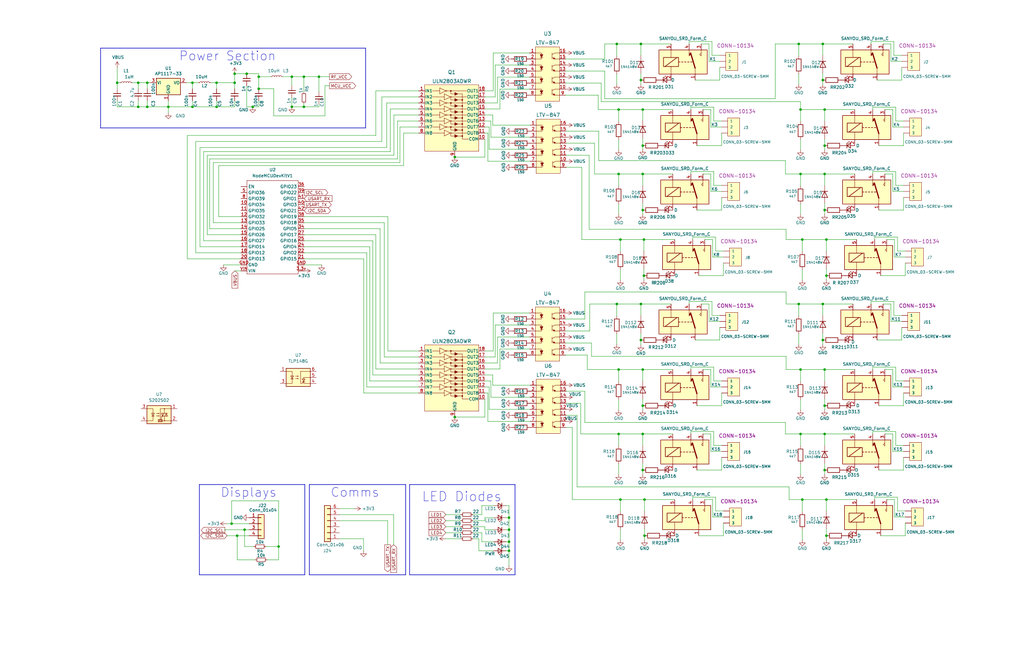
<source format=kicad_sch>
(kicad_sch (version 20211123) (generator eeschema)
  (paper "B")
  (junction (at 62.103 45.085))
  (junction (at 347.726 61.468))
  (junction (at 271.018 183.134))
  (junction (at 338.328 210.82))
  (junction (at 49.403 34.925))
  (junction (at 128.143 32.385))
  (junction (at 336.804 128.27))
  (junction (at 260.858 155.956))
  (junction (at 271.018 46.228))
  (junction (at 271.526 116.332))
  (junction (at 337.566 73.406))
  (junction (at 347.726 46.228))
  (junction (at 271.78 210.82))
  (junction (at 271.018 73.406))
  (junction (at 134.493 32.385))
  (junction (at 260.096 18.542))
  (junction (at 214.63 232.41))
  (junction (at 347.726 155.956))
  (junction (at 100.0115 226.06))
  (junction (at 346.964 18.542))
  (junction (at 347.726 198.374))
  (junction (at 81.153 34.925))
  (junction (at 270.256 128.27))
  (junction (at 98.933 31.115))
  (junction (at 347.726 88.646))
  (junction (at 81.153 45.085))
  (junction (at 270.256 18.542))
  (junction (at 214.63 218.44))
  (junction (at 271.018 61.468))
  (junction (at 109.093 32.385))
  (junction (at 117.475 230.632))
  (junction (at 346.964 33.782))
  (junction (at 91.313 45.085))
  (junction (at 103.1258 223.52))
  (junction (at 348.488 210.82))
  (junction (at 271.018 88.646))
  (junction (at 346.964 143.51))
  (junction (at 347.726 183.134))
  (junction (at 104.013 31.115))
  (junction (at 348.488 101.092))
  (junction (at 123.063 45.085))
  (junction (at 270.256 143.51))
  (junction (at 271.526 101.092))
  (junction (at 261.62 210.82))
  (junction (at 347.726 73.406))
  (junction (at 128.143 45.085))
  (junction (at 346.964 128.27))
  (junction (at 260.858 183.134))
  (junction (at 62.103 34.925))
  (junction (at 271.78 226.06))
  (junction (at 271.018 198.374))
  (junction (at 337.566 183.134))
  (junction (at 260.858 46.228))
  (junction (at 338.328 101.092))
  (junction (at 106.553 45.085))
  (junction (at 261.62 101.092))
  (junction (at 270.256 33.782))
  (junction (at 348.488 116.332))
  (junction (at 191.77 66.294))
  (junction (at 70.993 45.085))
  (junction (at 109.093 37.465))
  (junction (at 347.726 171.196))
  (junction (at 337.566 155.956))
  (junction (at 91.313 34.925))
  (junction (at 260.096 128.27))
  (junction (at 336.804 18.542))
  (junction (at 123.063 32.385))
  (junction (at 98.933 34.925))
  (junction (at 271.018 171.196))
  (junction (at 58.293 34.925))
  (junction (at 214.63 223.52))
  (junction (at 260.858 73.406))
  (junction (at 214.63 228.6))
  (junction (at 58.293 45.085))
  (junction (at 271.018 155.956))
  (junction (at 337.566 46.228))
  (junction (at 348.488 226.06))
  (junction (at 97.663 220.98))
  (junction (at 191.77 176.022))
  (wire (pts (xy 243.332 175.26) (xy 243.332 205.486)))
  (polyline (pts (xy 42.418 53.975) (xy 42.418 20.32)) (stroke (width 0.254) (type solid)))
  (wire (pts (xy 346.964 33.782) (xy 346.964 35.56)))
  (wire (pts (xy 128.143 43.815) (xy 128.143 45.085)))
  (wire (pts (xy 49.403 45.085) (xy 58.293 45.085)))
  (wire (pts (xy 346.964 128.27) (xy 359.664 128.27)))
  (wire (pts (xy 338.328 215.9) (xy 338.328 210.82)))
  (wire (pts (xy 213.36 213.36) (xy 214.63 213.36)))
  (wire (pts (xy 331.47 155.956) (xy 337.566 155.956)))
  (wire (pts (xy 347.726 85.852) (xy 347.726 88.646)))
  (wire (pts (xy 252.476 55.372) (xy 252.476 67.818)))
  (wire (pts (xy 204.47 58.674) (xy 204.47 66.294)))
  (wire (pts (xy 176.53 163.322) (xy 154.686 163.322)))
  (wire (pts (xy 238.506 139.7) (xy 248.666 139.7)))
  (wire (pts (xy 299.72 190.5) (xy 304.292 190.5)))
  (wire (pts (xy 203.2 224.79) (xy 203.2 228.6)))
  (wire (pts (xy 204.47 40.894) (xy 208.788 40.894)))
  (wire (pts (xy 261.62 210.82) (xy 271.78 210.82)))
  (wire (pts (xy 164.592 45.974) (xy 176.53 45.974)))
  (wire (pts (xy 346.964 18.542) (xy 359.664 18.542)))
  (wire (pts (xy 300.482 210.82) (xy 300.482 218.186)))
  (wire (pts (xy 158.496 38.354) (xy 158.496 57.15)))
  (wire (pts (xy 238.506 134.62) (xy 246.634 134.62)))
  (wire (pts (xy 214.63 223.52) (xy 213.36 223.52)))
  (wire (pts (xy 123.063 45.085) (xy 123.063 41.275)))
  (wire (pts (xy 199.39 217.17) (xy 203.2 217.17)))
  (wire (pts (xy 117.475 230.632) (xy 117.475 236.22)))
  (wire (pts (xy 238.506 144.78) (xy 249.428 144.78)))
  (wire (pts (xy 209.804 32.512) (xy 223.266 32.512)))
  (wire (pts (xy 248.666 139.7) (xy 248.666 128.27)))
  (wire (pts (xy 336.804 133.35) (xy 336.804 128.27)))
  (wire (pts (xy 260.096 133.35) (xy 260.096 128.27)))
  (wire (pts (xy 296.418 73.406) (xy 299.72 73.406)))
  (polyline (pts (xy 217.17 242.57) (xy 172.72 242.57)) (stroke (width 0.254) (type solid)))
  (wire (pts (xy 103.1258 230.632) (xy 103.1258 223.52)))
  (wire (pts (xy 271.018 85.852) (xy 271.018 88.646)))
  (wire (pts (xy 376.428 183.134) (xy 376.428 190.5)))
  (wire (pts (xy 376.428 53.594) (xy 381 53.594)))
  (wire (pts (xy 176.53 165.862) (xy 153.416 165.862)))
  (wire (pts (xy 368.046 45.212) (xy 377.698 45.212)))
  (wire (pts (xy 347.726 61.468) (xy 347.726 63.246)))
  (wire (pts (xy 377.698 187.96) (xy 381 187.96)))
  (wire (pts (xy 155.956 104.14) (xy 155.956 160.782)))
  (wire (pts (xy 81.153 45.085) (xy 91.313 45.085)))
  (wire (pts (xy 260.858 188.214) (xy 260.858 183.134)))
  (wire (pts (xy 89.916 68.58) (xy 168.656 68.58)))
  (wire (pts (xy 300.99 182.118) (xy 300.99 187.96)))
  (wire (pts (xy 82.55 106.68) (xy 101.6 106.68)))
  (wire (pts (xy 331.47 96.774) (xy 331.47 101.092)))
  (wire (pts (xy 117.475 230.632) (xy 112.141 230.632)))
  (wire (pts (xy 252.222 46.228) (xy 260.858 46.228)))
  (wire (pts (xy 294.64 116.332) (xy 305.054 116.332)))
  (wire (pts (xy 161.036 59.69) (xy 161.036 40.894)))
  (wire (pts (xy 378.46 215.646) (xy 381.762 215.646)))
  (wire (pts (xy 377.698 182.118) (xy 377.698 187.96)))
  (wire (pts (xy 346.964 140.716) (xy 346.964 143.51)))
  (wire (pts (xy 348.488 105.918) (xy 348.488 101.092)))
  (wire (pts (xy 149.479 214.63) (xy 143.129 214.63)))
  (wire (pts (xy 209.804 43.434) (xy 209.804 32.512)))
  (wire (pts (xy 332.74 210.82) (xy 338.328 210.82)))
  (wire (pts (xy 337.566 78.486) (xy 337.566 73.406)))
  (wire (pts (xy 134.493 43.815) (xy 134.493 45.085)))
  (wire (pts (xy 372.364 18.542) (xy 375.666 18.542)))
  (wire (pts (xy 337.566 86.106) (xy 337.566 90.424)))
  (wire (pts (xy 255.016 24.892) (xy 255.016 18.542)))
  (wire (pts (xy 253.492 35.052) (xy 253.492 42.926)))
  (wire (pts (xy 290.576 127.254) (xy 300.228 127.254)))
  (wire (pts (xy 260.858 78.486) (xy 260.858 73.406)))
  (wire (pts (xy 154.686 106.68) (xy 154.686 163.322)))
  (wire (pts (xy 134.493 32.385) (xy 138.938 32.385)))
  (wire (pts (xy 100.0115 236.22) (xy 100.0115 226.06)))
  (wire (pts (xy 243.332 205.486) (xy 332.74 205.486)))
  (wire (pts (xy 290.576 17.526) (xy 300.228 17.526)))
  (wire (pts (xy 377.698 72.39) (xy 377.698 78.232)))
  (wire (pts (xy 300.99 187.96) (xy 304.292 187.96)))
  (wire (pts (xy 50.673 34.925) (xy 49.403 34.925)))
  (wire (pts (xy 271.78 223.266) (xy 271.78 226.06)))
  (wire (pts (xy 377.698 78.232) (xy 381 78.232)))
  (wire (pts (xy 378.46 105.918) (xy 381.762 105.918)))
  (wire (pts (xy 214.63 218.44) (xy 213.36 218.44)))
  (wire (pts (xy 291.338 155.956) (xy 291.338 154.94)))
  (wire (pts (xy 153.416 109.22) (xy 153.416 165.862)))
  (wire (pts (xy 298.958 18.542) (xy 298.958 25.908)))
  (wire (pts (xy 82.55 59.69) (xy 82.55 106.68)))
  (wire (pts (xy 204.47 148.082) (xy 208.026 148.082)))
  (wire (pts (xy 300.482 108.458) (xy 305.054 108.458)))
  (wire (pts (xy 376.936 17.526) (xy 376.936 23.368)))
  (wire (pts (xy 249.428 150.368) (xy 331.47 150.368)))
  (wire (pts (xy 87.376 65.532) (xy 87.376 99.06)))
  (wire (pts (xy 270.256 18.542) (xy 282.956 18.542)))
  (wire (pts (xy 62.103 45.085) (xy 70.993 45.085)))
  (wire (pts (xy 271.018 187.96) (xy 271.018 183.134)))
  (wire (pts (xy 336.804 31.242) (xy 336.804 35.56)))
  (wire (pts (xy 291.338 183.134) (xy 291.338 182.118)))
  (wire (pts (xy 271.018 195.58) (xy 271.018 198.374)))
  (wire (pts (xy 347.726 78.232) (xy 347.726 73.406)))
  (wire (pts (xy 214.63 223.52) (xy 214.63 228.6)))
  (polyline (pts (xy 172.72 204.47) (xy 217.17 204.47)) (stroke (width 0.254) (type solid)))
  (wire (pts (xy 261.62 215.9) (xy 261.62 210.82)))
  (wire (pts (xy 214.63 228.6) (xy 213.36 228.6)))
  (wire (pts (xy 238.506 29.972) (xy 255.016 29.972)))
  (wire (pts (xy 107.061 230.632) (xy 103.1258 230.632)))
  (wire (pts (xy 97.663 220.98) (xy 97.663 211.328)))
  (wire (pts (xy 153.416 109.22) (xy 128.27 109.22)))
  (wire (pts (xy 207.01 57.912) (xy 223.52 57.912)))
  (wire (pts (xy 58.293 37.465) (xy 58.293 34.925)))
  (wire (pts (xy 176.53 160.782) (xy 155.956 160.782)))
  (wire (pts (xy 255.016 29.972) (xy 255.016 41.656)))
  (wire (pts (xy 94.8451 223.52) (xy 94.8451 223.774)))
  (wire (pts (xy 78.994 57.15) (xy 78.994 109.22)))
  (wire (pts (xy 270.256 30.988) (xy 270.256 33.782)))
  (wire (pts (xy 238.76 60.452) (xy 250.698 60.452)))
  (wire (pts (xy 204.47 165.862) (xy 205.74 165.862)))
  (wire (pts (xy 241.3 210.82) (xy 261.62 210.82)))
  (wire (pts (xy 204.47 223.52) (xy 208.28 223.52)))
  (wire (pts (xy 84.328 104.14) (xy 101.6 104.14)))
  (wire (pts (xy 297.18 101.092) (xy 300.482 101.092)))
  (wire (pts (xy 337.566 161.036) (xy 337.566 155.956)))
  (wire (pts (xy 295.656 128.27) (xy 298.958 128.27)))
  (wire (pts (xy 154.686 106.68) (xy 128.27 106.68)))
  (wire (pts (xy 88.392 67.056) (xy 88.392 96.52)))
  (polyline (pts (xy 128.524 204.47) (xy 128.524 242.57)) (stroke (width 0.254) (type solid)))
  (wire (pts (xy 260.096 23.622) (xy 260.096 18.542)))
  (wire (pts (xy 271.526 105.918) (xy 271.526 101.092)))
  (wire (pts (xy 377.19 101.092) (xy 377.19 108.458)))
  (wire (pts (xy 204.47 155.702) (xy 210.82 155.702)))
  (wire (pts (xy 369.824 33.782) (xy 380.238 33.782)))
  (wire (pts (xy 300.228 17.526) (xy 300.228 23.368)))
  (wire (pts (xy 206.248 53.594) (xy 206.248 62.992)))
  (wire (pts (xy 204.47 38.354) (xy 208.026 38.354)))
  (wire (pts (xy 348.488 113.538) (xy 348.488 116.332)))
  (wire (pts (xy 300.482 218.186) (xy 305.054 218.186)))
  (wire (pts (xy 247.65 155.956) (xy 260.858 155.956)))
  (wire (pts (xy 238.506 35.052) (xy 253.492 35.052)))
  (wire (pts (xy 164.592 45.974) (xy 164.592 64.008)))
  (wire (pts (xy 109.093 32.385) (xy 114.173 32.385)))
  (wire (pts (xy 207.772 158.242) (xy 207.772 162.56)))
  (wire (pts (xy 331.216 73.406) (xy 337.566 73.406)))
  (wire (pts (xy 376.428 73.406) (xy 376.428 80.772)))
  (wire (pts (xy 128.143 32.385) (xy 128.143 38.735)))
  (wire (pts (xy 301.752 100.076) (xy 301.752 105.918)))
  (wire (pts (xy 94.8451 223.52) (xy 103.1258 223.52)))
  (wire (pts (xy 204.47 222.25) (xy 204.47 223.52)))
  (wire (pts (xy 163.576 91.44) (xy 128.27 91.44)))
  (wire (pts (xy 187.96 224.79) (xy 194.31 224.79)))
  (wire (pts (xy 369.824 143.51) (xy 380.238 143.51)))
  (wire (pts (xy 166.116 65.532) (xy 87.376 65.532)))
  (wire (pts (xy 346.964 133.096) (xy 346.964 128.27)))
  (wire (pts (xy 187.96 219.71) (xy 194.31 219.71)))
  (wire (pts (xy 92.202 91.44) (xy 101.6 91.44)))
  (wire (pts (xy 304.292 83.312) (xy 304.292 88.646)))
  (wire (pts (xy 260.096 31.242) (xy 260.096 35.56)))
  (wire (pts (xy 304.292 165.862) (xy 304.292 171.196)))
  (wire (pts (xy 204.47 53.594) (xy 206.248 53.594)))
  (wire (pts (xy 252.222 40.132) (xy 252.222 46.228)))
  (wire (pts (xy 98.933 31.115) (xy 104.013 31.115)))
  (wire (pts (xy 260.858 86.106) (xy 260.858 90.424)))
  (wire (pts (xy 205.74 68.072) (xy 223.52 68.072)))
  (wire (pts (xy 371.348 226.06) (xy 381.762 226.06)))
  (wire (pts (xy 332.74 205.486) (xy 332.74 210.82)))
  (wire (pts (xy 100.0115 226.06) (xy 105.029 226.06)))
  (wire (pts (xy 291.338 46.228) (xy 291.338 45.212)))
  (wire (pts (xy 92.202 69.85) (xy 170.18 69.85)))
  (wire (pts (xy 207.01 167.64) (xy 223.52 167.64)))
  (wire (pts (xy 299.72 183.134) (xy 299.72 190.5)))
  (polyline (pts (xy 171.069 242.57) (xy 130.429 242.57)) (stroke (width 0.254) (type solid)))
  (wire (pts (xy 238.76 65.532) (xy 248.412 65.532)))
  (wire (pts (xy 271.018 46.228) (xy 283.718 46.228)))
  (wire (pts (xy 199.39 222.25) (xy 204.47 222.25)))
  (wire (pts (xy 375.666 18.542) (xy 375.666 25.908)))
  (polyline (pts (xy 154.178 20.32) (xy 154.178 53.975)) (stroke (width 0.254) (type solid)))
  (wire (pts (xy 128.27 111.76) (xy 135.636 111.76)))
  (wire (pts (xy 270.256 140.716) (xy 270.256 143.51)))
  (polyline (pts (xy 172.72 242.57) (xy 172.72 204.47)) (stroke (width 0.254) (type solid)))
  (wire (pts (xy 199.39 219.71) (xy 204.47 219.71)))
  (wire (pts (xy 331.47 128.27) (xy 336.804 128.27)))
  (wire (pts (xy 204.47 51.054) (xy 207.01 51.054)))
  (wire (pts (xy 62.103 37.465) (xy 62.103 34.925)))
  (wire (pts (xy 214.63 218.44) (xy 214.63 223.52)))
  (wire (pts (xy 98.933 45.085) (xy 91.313 45.085)))
  (wire (pts (xy 155.956 104.14) (xy 128.27 104.14)))
  (wire (pts (xy 299.72 80.772) (xy 304.292 80.772)))
  (wire (pts (xy 85.852 101.6) (xy 101.6 101.6)))
  (wire (pts (xy 260.858 168.656) (xy 260.858 172.974)))
  (wire (pts (xy 378.46 209.804) (xy 378.46 215.646)))
  (wire (pts (xy 293.116 143.51) (xy 303.53 143.51)))
  (wire (pts (xy 293.878 198.374) (xy 304.292 198.374)))
  (wire (pts (xy 299.72 73.406) (xy 299.72 80.772)))
  (wire (pts (xy 98.933 34.925) (xy 98.933 37.465)))
  (wire (pts (xy 368.046 183.134) (xy 368.046 182.118)))
  (wire (pts (xy 271.78 226.06) (xy 271.78 227.838)))
  (wire (pts (xy 296.418 183.134) (xy 299.72 183.134)))
  (wire (pts (xy 271.526 113.538) (xy 271.526 116.332)))
  (wire (pts (xy 97.663 211.328) (xy 117.475 211.328)))
  (wire (pts (xy 84.328 62.23) (xy 84.328 104.14)))
  (wire (pts (xy 304.292 193.04) (xy 304.292 198.374)))
  (wire (pts (xy 338.328 101.092) (xy 348.488 101.092)))
  (wire (pts (xy 271.018 183.134) (xy 283.718 183.134)))
  (wire (pts (xy 104.013 31.115) (xy 109.093 31.115)))
  (wire (pts (xy 204.47 158.242) (xy 207.772 158.242)))
  (wire (pts (xy 300.99 72.39) (xy 300.99 78.232)))
  (wire (pts (xy 191.77 66.294) (xy 204.47 66.294)))
  (wire (pts (xy 346.964 30.988) (xy 346.964 33.782)))
  (wire (pts (xy 381.762 110.998) (xy 381.762 116.332)))
  (wire (pts (xy 199.39 227.33) (xy 201.93 227.33)))
  (wire (pts (xy 205.74 177.8) (xy 223.52 177.8)))
  (wire (pts (xy 206.248 163.322) (xy 206.248 172.72)))
  (wire (pts (xy 331.216 67.818) (xy 331.216 73.406)))
  (wire (pts (xy 208.788 150.622) (xy 208.788 137.16)))
  (wire (pts (xy 337.566 155.956) (xy 347.726 155.956)))
  (wire (pts (xy 167.64 67.056) (xy 88.392 67.056)))
  (wire (pts (xy 89.916 93.98) (xy 101.6 93.98)))
  (wire (pts (xy 300.228 127.254) (xy 300.228 133.096)))
  (wire (pts (xy 58.293 34.925) (xy 62.103 34.925)))
  (wire (pts (xy 244.856 170.18) (xy 244.856 183.134)))
  (wire (pts (xy 248.412 96.774) (xy 331.47 96.774)))
  (wire (pts (xy 157.226 101.6) (xy 157.226 158.242)))
  (wire (pts (xy 294.64 226.06) (xy 305.054 226.06)))
  (wire (pts (xy 109.093 45.085) (xy 109.093 42.545)))
  (wire (pts (xy 291.338 154.94) (xy 300.99 154.94)))
  (wire (pts (xy 348.488 101.092) (xy 361.188 101.092)))
  (wire (pts (xy 163.449 219.71) (xy 143.129 219.71)))
  (wire (pts (xy 347.726 160.782) (xy 347.726 155.956)))
  (wire (pts (xy 370.586 171.196) (xy 381 171.196)))
  (wire (pts (xy 176.53 158.242) (xy 157.226 158.242)))
  (wire (pts (xy 303.53 28.448) (xy 303.53 33.782)))
  (wire (pts (xy 370.586 88.646) (xy 381 88.646)))
  (wire (pts (xy 87.376 99.06) (xy 101.6 99.06)))
  (wire (pts (xy 338.328 106.172) (xy 338.328 101.092)))
  (wire (pts (xy 204.47 160.782) (xy 207.01 160.782)))
  (wire (pts (xy 238.76 55.372) (xy 252.476 55.372)))
  (wire (pts (xy 295.656 18.542) (xy 298.958 18.542)))
  (wire (pts (xy 176.53 155.702) (xy 158.496 155.702)))
  (polyline (pts (xy 130.429 242.57) (xy 130.429 204.47)) (stroke (width 0.254) (type solid)))
  (wire (pts (xy 381.762 220.726) (xy 381.762 226.06)))
  (wire (pts (xy 376.428 190.5) (xy 381 190.5)))
  (wire (pts (xy 238.76 70.612) (xy 245.364 70.612)))
  (wire (pts (xy 338.328 113.792) (xy 338.328 118.11)))
  (wire (pts (xy 166.116 48.514) (xy 166.116 65.532)))
  (wire (pts (xy 368.046 72.39) (xy 377.698 72.39)))
  (wire (pts (xy 81.153 42.545) (xy 81.153 45.085)))
  (wire (pts (xy 245.364 70.612) (xy 245.364 101.092)))
  (polyline (pts (xy 128.524 242.57) (xy 84.074 242.57)) (stroke (width 0.254) (type solid)))
  (wire (pts (xy 238.76 180.34) (xy 241.3 180.34)))
  (polyline (pts (xy 217.17 204.47) (xy 217.17 242.57)) (stroke (width 0.254) (type solid)))
  (wire (pts (xy 367.284 17.526) (xy 376.936 17.526)))
  (wire (pts (xy 246.634 178.308) (xy 331.216 178.308)))
  (wire (pts (xy 210.82 37.592) (xy 223.266 37.592)))
  (wire (pts (xy 291.338 73.406) (xy 291.338 72.39)))
  (wire (pts (xy 270.256 128.27) (xy 282.956 128.27)))
  (wire (pts (xy 163.068 62.23) (xy 84.328 62.23)))
  (wire (pts (xy 207.772 162.56) (xy 223.52 162.56)))
  (wire (pts (xy 373.126 183.134) (xy 376.428 183.134)))
  (wire (pts (xy 205.74 165.862) (xy 205.74 177.8)))
  (wire (pts (xy 381 193.04) (xy 381 198.374)))
  (wire (pts (xy 296.418 46.228) (xy 299.72 46.228)))
  (wire (pts (xy 326.898 18.542) (xy 336.804 18.542)))
  (wire (pts (xy 337.566 51.308) (xy 337.566 46.228)))
  (wire (pts (xy 337.566 73.406) (xy 347.726 73.406)))
  (wire (pts (xy 134.493 45.085) (xy 128.143 45.085)))
  (wire (pts (xy 271.526 101.092) (xy 284.48 101.092)))
  (wire (pts (xy 380.238 138.176) (xy 380.238 143.51)))
  (wire (pts (xy 292.1 210.82) (xy 292.1 209.804)))
  (wire (pts (xy 260.096 128.27) (xy 270.256 128.27)))
  (wire (pts (xy 337.566 183.134) (xy 347.726 183.134)))
  (wire (pts (xy 78.613 34.925) (xy 81.153 34.925)))
  (wire (pts (xy 101.6 111.76) (xy 94.234 111.76)))
  (wire (pts (xy 270.256 133.096) (xy 270.256 128.27)))
  (wire (pts (xy 98.933 31.115) (xy 98.933 34.925)))
  (wire (pts (xy 261.62 106.172) (xy 261.62 101.092)))
  (wire (pts (xy 98.933 42.545) (xy 98.933 45.085)))
  (wire (pts (xy 368.808 209.804) (xy 378.46 209.804)))
  (wire (pts (xy 92.202 69.85) (xy 92.202 91.44)))
  (wire (pts (xy 208.28 232.41) (xy 201.93 232.41)))
  (wire (pts (xy 163.576 91.44) (xy 163.576 148.082)))
  (wire (pts (xy 191.77 176.022) (xy 204.47 176.022)))
  (wire (pts (xy 381 165.862) (xy 381 171.196)))
  (wire (pts (xy 104.013 36.195) (xy 104.013 45.085)))
  (wire (pts (xy 204.47 45.974) (xy 210.82 45.974)))
  (wire (pts (xy 301.752 105.918) (xy 305.054 105.918)))
  (wire (pts (xy 204.47 56.134) (xy 205.74 56.134)))
  (wire (pts (xy 373.126 46.228) (xy 376.428 46.228)))
  (wire (pts (xy 81.153 34.925) (xy 83.693 34.925)))
  (wire (pts (xy 115.443 37.465) (xy 115.443 48.895)))
  (wire (pts (xy 347.726 58.674) (xy 347.726 61.468)))
  (wire (pts (xy 238.76 175.26) (xy 243.332 175.26)))
  (wire (pts (xy 208.026 22.352) (xy 223.266 22.352)))
  (wire (pts (xy 293.878 88.646) (xy 304.292 88.646)))
  (wire (pts (xy 368.808 210.82) (xy 368.808 209.804)))
  (wire (pts (xy 347.726 46.228) (xy 360.426 46.228)))
  (wire (pts (xy 115.443 48.895) (xy 137.033 48.895)))
  (wire (pts (xy 368.046 155.956) (xy 368.046 154.94)))
  (wire (pts (xy 210.82 147.32) (xy 223.266 147.32)))
  (wire (pts (xy 292.1 209.804) (xy 301.752 209.804)))
  (wire (pts (xy 85.852 64.008) (xy 85.852 101.6)))
  (wire (pts (xy 346.964 143.51) (xy 346.964 145.288)))
  (wire (pts (xy 167.64 51.054) (xy 167.64 67.056)))
  (wire (pts (xy 163.449 229.87) (xy 163.449 219.71)))
  (wire (pts (xy 210.82 45.974) (xy 210.82 37.592)))
  (wire (pts (xy 109.093 37.465) (xy 115.443 37.465)))
  (wire (pts (xy 271.018 58.42) (xy 271.018 61.468)))
  (wire (pts (xy 208.788 40.894) (xy 208.788 27.432)))
  (wire (pts (xy 368.808 100.076) (xy 378.46 100.076)))
  (wire (pts (xy 346.964 23.368) (xy 346.964 18.542)))
  (wire (pts (xy 303.53 138.176) (xy 303.53 143.51)))
  (wire (pts (xy 91.313 42.545) (xy 91.313 45.085)))
  (wire (pts (xy 204.47 48.514) (xy 207.772 48.514)))
  (wire (pts (xy 260.858 58.928) (xy 260.858 63.246)))
  (wire (pts (xy 165.989 229.87) (xy 165.989 217.17)))
  (wire (pts (xy 260.096 18.542) (xy 270.256 18.542)))
  (wire (pts (xy 107.569 236.22) (xy 100.0115 236.22)))
  (wire (pts (xy 214.63 213.36) (xy 214.63 218.44)))
  (wire (pts (xy 49.403 42.545) (xy 49.403 45.085)))
  (wire (pts (xy 246.634 123.19) (xy 331.47 123.19)))
  (wire (pts (xy 208.026 38.354) (xy 208.026 22.352)))
  (wire (pts (xy 375.666 25.908) (xy 380.238 25.908)))
  (wire (pts (xy 376.428 80.772) (xy 381 80.772)))
  (wire (pts (xy 271.018 88.646) (xy 271.018 90.424)))
  (wire (pts (xy 205.74 56.134) (xy 205.74 68.072)))
  (wire (pts (xy 187.96 227.33) (xy 194.31 227.33)))
  (wire (pts (xy 70.993 42.545) (xy 70.993 45.085)))
  (wire (pts (xy 370.586 198.374) (xy 381 198.374)))
  (wire (pts (xy 166.116 48.514) (xy 176.53 48.514)))
  (wire (pts (xy 290.576 128.27) (xy 290.576 127.254)))
  (wire (pts (xy 70.993 47.625) (xy 70.993 45.085)))
  (wire (pts (xy 336.804 18.542) (xy 346.964 18.542)))
  (wire (pts (xy 301.752 215.646) (xy 305.054 215.646)))
  (wire (pts (xy 213.36 232.41) (xy 214.63 232.41)))
  (wire (pts (xy 206.248 172.72) (xy 223.52 172.72)))
  (wire (pts (xy 271.018 198.374) (xy 271.018 200.152)))
  (wire (pts (xy 201.93 232.41) (xy 201.93 227.33)))
  (wire (pts (xy 375.666 135.636) (xy 380.238 135.636)))
  (wire (pts (xy 271.018 168.402) (xy 271.018 171.196)))
  (wire (pts (xy 78.994 109.22) (xy 101.6 109.22)))
  (wire (pts (xy 371.348 116.332) (xy 381.762 116.332)))
  (wire (pts (xy 91.313 34.925) (xy 91.313 37.465)))
  (wire (pts (xy 331.216 183.134) (xy 337.566 183.134)))
  (wire (pts (xy 204.47 153.162) (xy 209.804 153.162)))
  (wire (pts (xy 209.804 142.24) (xy 223.266 142.24)))
  (wire (pts (xy 270.256 143.51) (xy 270.256 145.542)))
  (wire (pts (xy 260.096 140.97) (xy 260.096 145.288)))
  (wire (pts (xy 376.936 127.254) (xy 376.936 133.096)))
  (wire (pts (xy 160.274 96.52) (xy 160.274 153.162)))
  (wire (pts (xy 337.566 46.228) (xy 347.726 46.228)))
  (wire (pts (xy 137.033 36.195) (xy 138.938 36.195)))
  (wire (pts (xy 338.328 210.82) (xy 348.488 210.82)))
  (wire (pts (xy 97.663 220.98) (xy 105.029 220.98)))
  (wire (pts (xy 204.47 150.622) (xy 208.788 150.622)))
  (wire (pts (xy 291.338 72.39) (xy 300.99 72.39)))
  (wire (pts (xy 238.506 24.892) (xy 255.016 24.892)))
  (wire (pts (xy 368.046 182.118) (xy 377.698 182.118)))
  (wire (pts (xy 300.228 133.096) (xy 303.53 133.096)))
  (wire (pts (xy 128.143 32.385) (xy 134.493 32.385)))
  (wire (pts (xy 88.392 96.52) (xy 101.6 96.52)))
  (wire (pts (xy 271.78 215.646) (xy 271.78 210.82)))
  (wire (pts (xy 261.62 113.792) (xy 261.62 118.11)))
  (wire (pts (xy 368.046 46.228) (xy 368.046 45.212)))
  (wire (pts (xy 377.698 160.782) (xy 381 160.782)))
  (wire (pts (xy 95.513 220.98) (xy 97.663 220.98)))
  (wire (pts (xy 300.99 51.054) (xy 304.292 51.054)))
  (wire (pts (xy 373.126 73.406) (xy 376.428 73.406)))
  (wire (pts (xy 348.488 210.82) (xy 361.188 210.82)))
  (wire (pts (xy 170.18 56.134) (xy 176.53 56.134)))
  (wire (pts (xy 91.313 34.925) (xy 98.933 34.925)))
  (wire (pts (xy 337.566 195.834) (xy 337.566 200.152)))
  (wire (pts (xy 260.858 195.834) (xy 260.858 200.152)))
  (wire (pts (xy 49.403 34.925) (xy 49.403 37.465)))
  (polyline (pts (xy 84.074 204.47) (xy 128.524 204.47)) (stroke (width 0.254) (type solid)))
  (wire (pts (xy 117.475 211.328) (xy 117.475 230.632)))
  (wire (pts (xy 109.093 32.385) (xy 109.093 37.465)))
  (wire (pts (xy 348.488 116.332) (xy 348.488 118.11)))
  (wire (pts (xy 165.989 217.17) (xy 143.129 217.17)))
  (wire (pts (xy 291.338 45.212) (xy 300.99 45.212)))
  (wire (pts (xy 376.428 46.228) (xy 376.428 53.594)))
  (wire (pts (xy 380.238 28.448) (xy 380.238 33.782)))
  (wire (pts (xy 238.506 149.86) (xy 247.65 149.86)))
  (wire (pts (xy 261.62 223.52) (xy 261.62 227.838)))
  (wire (pts (xy 377.698 45.212) (xy 377.698 51.054)))
  (wire (pts (xy 300.228 23.368) (xy 303.53 23.368)))
  (polyline (pts (xy 42.418 20.32) (xy 154.178 20.32)) (stroke (width 0.254) (type solid)))
  (wire (pts (xy 260.858 183.134) (xy 271.018 183.134)))
  (wire (pts (xy 168.656 53.594) (xy 168.656 68.58)))
  (wire (pts (xy 162.052 93.98) (xy 162.052 150.622)))
  (wire (pts (xy 376.936 23.368) (xy 380.238 23.368)))
  (wire (pts (xy 376.936 133.096) (xy 380.238 133.096)))
  (wire (pts (xy 347.726 46.228) (xy 347.726 51.054)))
  (wire (pts (xy 300.482 101.092) (xy 300.482 108.458)))
  (wire (pts (xy 62.103 42.545) (xy 62.103 45.085)))
  (wire (pts (xy 336.804 140.97) (xy 336.804 145.288)))
  (wire (pts (xy 299.72 53.594) (xy 304.292 53.594)))
  (wire (pts (xy 376.428 163.322) (xy 381 163.322)))
  (polyline (pts (xy 130.429 204.47) (xy 171.069 204.47)) (stroke (width 0.254) (type solid)))
  (wire (pts (xy 123.063 32.385) (xy 123.063 36.195)))
  (wire (pts (xy 260.858 51.308) (xy 260.858 46.228)))
  (wire (pts (xy 300.99 154.94) (xy 300.99 160.782)))
  (wire (pts (xy 271.018 171.196) (xy 271.018 172.974)))
  (wire (pts (xy 347.726 195.58) (xy 347.726 198.374)))
  (wire (pts (xy 162.052 93.98) (xy 128.27 93.98)))
  (wire (pts (xy 296.418 155.956) (xy 299.72 155.956)))
  (wire (pts (xy 204.47 43.434) (xy 209.804 43.434)))
  (wire (pts (xy 210.82 155.702) (xy 210.82 147.32)))
  (wire (pts (xy 246.634 134.62) (xy 246.634 123.19)))
  (wire (pts (xy 176.53 153.162) (xy 160.274 153.162)))
  (wire (pts (xy 260.858 46.228) (xy 271.018 46.228)))
  (wire (pts (xy 337.566 58.928) (xy 337.566 63.246)))
  (wire (pts (xy 249.428 144.78) (xy 249.428 150.368)))
  (wire (pts (xy 160.274 96.52) (xy 128.27 96.52)))
  (wire (pts (xy 117.475 236.22) (xy 112.649 236.22)))
  (wire (pts (xy 82.55 59.69) (xy 161.036 59.69)))
  (wire (pts (xy 271.78 210.82) (xy 284.48 210.82)))
  (wire (pts (xy 347.726 183.134) (xy 360.426 183.134)))
  (wire (pts (xy 250.698 60.452) (xy 250.698 73.406)))
  (wire (pts (xy 348.488 223.266) (xy 348.488 226.06)))
  (wire (pts (xy 347.726 155.956) (xy 360.426 155.956)))
  (wire (pts (xy 270.256 18.542) (xy 270.256 23.368)))
  (wire (pts (xy 378.46 100.076) (xy 378.46 105.918)))
  (wire (pts (xy 153.289 227.33) (xy 153.289 232.41)))
  (wire (pts (xy 293.116 33.782) (xy 303.53 33.782)))
  (wire (pts (xy 214.63 232.41) (xy 214.63 238.76)))
  (wire (pts (xy 55.753 34.925) (xy 58.293 34.925)))
  (wire (pts (xy 300.99 160.782) (xy 304.292 160.782)))
  (wire (pts (xy 304.292 56.134) (xy 304.292 61.468)))
  (wire (pts (xy 347.726 187.96) (xy 347.726 183.134)))
  (wire (pts (xy 81.153 45.085) (xy 70.993 45.085)))
  (wire (pts (xy 204.47 218.44) (xy 208.28 218.44)))
  (wire (pts (xy 203.2 228.6) (xy 208.28 228.6)))
  (wire (pts (xy 158.496 99.06) (xy 128.27 99.06)))
  (wire (pts (xy 253.492 42.926) (xy 337.566 42.926)))
  (wire (pts (xy 209.804 153.162) (xy 209.804 142.24)))
  (wire (pts (xy 381 56.134) (xy 381 61.468)))
  (wire (pts (xy 298.958 25.908) (xy 303.53 25.908)))
  (wire (pts (xy 134.493 32.385) (xy 134.493 38.735)))
  (wire (pts (xy 292.1 100.076) (xy 301.752 100.076)))
  (wire (pts (xy 161.036 40.894) (xy 176.53 40.894)))
  (wire (pts (xy 187.96 217.17) (xy 194.31 217.17)))
  (wire (pts (xy 337.566 168.656) (xy 337.566 172.974)))
  (wire (pts (xy 347.726 168.402) (xy 347.726 171.196)))
  (wire (pts (xy 271.526 116.332) (xy 271.526 118.11)))
  (wire (pts (xy 58.293 45.085) (xy 62.103 45.085)))
  (wire (pts (xy 168.656 53.594) (xy 176.53 53.594)))
  (wire (pts (xy 299.72 46.228) (xy 299.72 53.594)))
  (wire (pts (xy 163.068 43.434) (xy 163.068 62.23)))
  (polyline (pts (xy 84.074 242.57) (xy 84.074 204.47)) (stroke (width 0.254) (type solid)))
  (wire (pts (xy 368.046 73.406) (xy 368.046 72.39)))
  (wire (pts (xy 301.752 209.804) (xy 301.752 215.646)))
  (wire (pts (xy 62.103 34.925) (xy 63.373 34.925)))
  (wire (pts (xy 298.958 128.27) (xy 298.958 135.636)))
  (wire (pts (xy 348.488 226.06) (xy 348.488 227.838)))
  (wire (pts (xy 208.026 148.082) (xy 208.026 132.08)))
  (wire (pts (xy 373.888 210.82) (xy 377.19 210.82)))
  (wire (pts (xy 376.428 155.956) (xy 376.428 163.322)))
  (wire (pts (xy 245.364 101.092) (xy 261.62 101.092)))
  (wire (pts (xy 207.772 48.514) (xy 207.772 52.832)))
  (wire (pts (xy 348.488 215.646) (xy 348.488 210.82)))
  (wire (pts (xy 214.63 232.41) (xy 214.63 228.6)))
  (wire (pts (xy 377.19 218.186) (xy 381.762 218.186)))
  (wire (pts (xy 293.878 61.468) (xy 304.292 61.468)))
  (wire (pts (xy 270.256 33.782) (xy 270.256 35.56)))
  (wire (pts (xy 162.052 150.622) (xy 176.53 150.622)))
  (wire (pts (xy 123.063 32.385) (xy 128.143 32.385)))
  (wire (pts (xy 305.054 110.998) (xy 305.054 116.332)))
  (wire (pts (xy 241.3 180.34) (xy 241.3 210.82)))
  (wire (pts (xy 299.72 155.956) (xy 299.72 163.322)))
  (wire (pts (xy 293.878 171.196) (xy 304.292 171.196)))
  (wire (pts (xy 367.284 18.542) (xy 367.284 17.526)))
  (wire (pts (xy 199.39 224.79) (xy 203.2 224.79)))
  (wire (pts (xy 103.1258 223.52) (xy 105.029 223.52)))
  (wire (pts (xy 261.62 101.092) (xy 271.526 101.092)))
  (wire (pts (xy 347.726 73.406) (xy 360.426 73.406)))
  (wire (pts (xy 119.253 32.385) (xy 123.063 32.385)))
  (wire (pts (xy 367.284 127.254) (xy 376.936 127.254)))
  (wire (pts (xy 326.898 41.656) (xy 326.898 18.542)))
  (wire (pts (xy 255.016 41.656) (xy 326.898 41.656)))
  (wire (pts (xy 367.284 128.27) (xy 367.284 127.254)))
  (wire (pts (xy 337.566 188.214) (xy 337.566 183.134)))
  (wire (pts (xy 187.96 222.25) (xy 194.31 222.25)))
  (wire (pts (xy 207.01 51.054) (xy 207.01 57.912)))
  (wire (pts (xy 300.99 45.212) (xy 300.99 51.054)))
  (wire (pts (xy 300.99 78.232) (xy 304.292 78.232)))
  (wire (pts (xy 208.026 132.08) (xy 223.266 132.08)))
  (wire (pts (xy 260.858 155.956) (xy 271.018 155.956)))
  (wire (pts (xy 137.033 48.895) (xy 137.033 36.195)))
  (wire (pts (xy 298.958 135.636) (xy 303.53 135.636)))
  (wire (pts (xy 244.856 183.134) (xy 260.858 183.134)))
  (wire (pts (xy 207.01 160.782) (xy 207.01 167.64)))
  (wire (pts (xy 336.804 128.27) (xy 346.964 128.27)))
  (wire (pts (xy 291.338 182.118) (xy 300.99 182.118)))
  (wire (pts (xy 347.726 198.374) (xy 347.726 200.152)))
  (wire (pts (xy 271.018 160.782) (xy 271.018 155.956)))
  (wire (pts (xy 255.016 18.542) (xy 260.096 18.542)))
  (wire (pts (xy 167.64 51.054) (xy 176.53 51.054)))
  (wire (pts (xy 271.018 78.232) (xy 271.018 73.406)))
  (wire (pts (xy 377.19 210.82) (xy 377.19 218.186)))
  (wire (pts (xy 203.2 213.36) (xy 208.28 213.36)))
  (wire (pts (xy 331.47 101.092) (xy 338.328 101.092)))
  (wire (pts (xy 248.666 128.27) (xy 260.096 128.27)))
  (wire (pts (xy 337.566 42.926) (xy 337.566 46.228)))
  (wire (pts (xy 271.018 155.956) (xy 283.718 155.956)))
  (wire (pts (xy 252.476 67.818) (xy 331.216 67.818)))
  (wire (pts (xy 331.216 178.308) (xy 331.216 183.134)))
  (wire (pts (xy 99.06 114.3) (xy 101.6 114.3)))
  (wire (pts (xy 372.364 128.27) (xy 375.666 128.27)))
  (wire (pts (xy 204.47 168.402) (xy 204.47 176.022)))
  (wire (pts (xy 305.054 220.726) (xy 305.054 226.06)))
  (wire (pts (xy 176.53 38.354) (xy 158.496 38.354)))
  (wire (pts (xy 246.634 165.1) (xy 246.634 178.308)))
  (wire (pts (xy 238.76 165.1) (xy 246.634 165.1)))
  (wire (pts (xy 292.1 101.092) (xy 292.1 100.076)))
  (wire (pts (xy 128.143 45.085) (xy 123.063 45.085)))
  (wire (pts (xy 381 83.312) (xy 381 88.646)))
  (wire (pts (xy 163.576 148.082) (xy 176.53 148.082)))
  (wire (pts (xy 204.47 163.322) (xy 206.248 163.322)))
  (wire (pts (xy 260.858 161.036) (xy 260.858 155.956)))
  (wire (pts (xy 158.496 99.06) (xy 158.496 155.702)))
  (wire (pts (xy 338.328 223.52) (xy 338.328 227.838)))
  (wire (pts (xy 203.2 217.17) (xy 203.2 213.36)))
  (wire (pts (xy 370.586 61.468) (xy 381 61.468)))
  (wire (pts (xy 143.129 227.33) (xy 153.289 227.33)))
  (wire (pts (xy 377.698 51.054) (xy 381 51.054)))
  (wire (pts (xy 81.153 37.465) (xy 81.153 34.925)))
  (wire (pts (xy 157.226 101.6) (xy 128.27 101.6)))
  (wire (pts (xy 290.576 18.542) (xy 290.576 17.526)))
  (wire (pts (xy 347.726 171.196) (xy 347.726 172.974)))
  (wire (pts (xy 373.888 101.092) (xy 377.19 101.092)))
  (wire (pts (xy 106.553 45.085) (xy 109.093 45.085)))
  (wire (pts (xy 368.046 154.94) (xy 377.698 154.94)))
  (wire (pts (xy 206.248 62.992) (xy 223.52 62.992)))
  (wire (pts (xy 271.018 61.468) (xy 271.018 62.992)))
  (polyline (pts (xy 171.069 204.47) (xy 171.069 242.57)) (stroke (width 0.254) (type solid)))
  (wire (pts (xy 58.293 42.545) (xy 58.293 45.085)))
  (wire (pts (xy 109.093 31.115) (xy 109.093 32.385)))
  (wire (pts (xy 207.772 52.832) (xy 223.52 52.832)))
  (wire (pts (xy 78.994 57.15) (xy 158.496 57.15)))
  (wire (pts (xy 331.47 150.368) (xy 331.47 155.956)))
  (wire (pts (xy 238.506 40.132) (xy 252.222 40.132)))
  (wire (pts (xy 368.808 101.092) (xy 368.808 100.076)))
  (wire (pts (xy 164.592 64.008) (xy 85.852 64.008)))
  (polyline (pts (xy 154.178 53.975) (xy 42.418 53.975)) (stroke (width 0.254) (type solid)))
  (wire (pts (xy 88.773 34.925) (xy 91.313 34.925)))
  (wire (pts (xy 250.698 73.406) (xy 260.858 73.406)))
  (wire (pts (xy 297.18 210.82) (xy 300.482 210.82)))
  (wire (pts (xy 377.19 108.458) (xy 381.762 108.458)))
  (wire (pts (xy 260.858 73.406) (xy 271.018 73.406)))
  (wire (pts (xy 95.758 226.06) (xy 100.0115 226.06)))
  (wire (pts (xy 377.698 154.94) (xy 377.698 160.782)))
  (wire (pts (xy 170.18 56.134) (xy 170.18 69.85)))
  (wire (pts (xy 247.65 149.86) (xy 247.65 155.956)))
  (wire (pts (xy 284.226 116.332) (xy 284.48 116.332)))
  (wire (pts (xy 104.013 45.085) (xy 106.553 45.085)))
  (wire (pts (xy 208.788 137.16) (xy 223.266 137.16)))
  (wire (pts (xy 271.018 73.406) (xy 283.718 73.406)))
  (wire (pts (xy 375.666 128.27) (xy 375.666 135.636)))
  (wire (pts (xy 208.788 27.432) (xy 223.266 27.432)))
  (wire (pts (xy 204.47 219.71) (xy 204.47 218.44)))
  (wire (pts (xy 271.018 46.228) (xy 271.018 50.8)))
  (wire (pts (xy 347.726 88.646) (xy 347.726 90.424)))
  (wire (pts (xy 49.403 28.575) (xy 49.403 34.925)))
  (wire (pts (xy 373.126 155.956) (xy 376.428 155.956)))
  (wire (pts (xy 163.068 43.434) (xy 176.53 43.434)))
  (wire (pts (xy 336.804 23.622) (xy 336.804 18.542)))
  (wire (pts (xy 331.47 123.19) (xy 331.47 128.27)))
  (wire (pts (xy 248.412 65.532) (xy 248.412 96.774)))
  (wire (pts (xy 89.916 68.58) (xy 89.916 93.98)))
  (wire (pts (xy 238.76 170.18) (xy 244.856 170.18)))
  (wire (pts (xy 299.72 163.322) (xy 304.292 163.322)))
  (text "Power Section" (at 75.438 26.035 0) (effects (font (size 3.81 3.81)) (justify left bottom)))
  (text "Displays" (at 92.964 210.185 0) (effects (font (size 3.81 3.81)) (justify left bottom)))
  (text "Comms" (at 139.319 210.185 0) (effects (font (size 3.81 3.81)) (justify left bottom)))
  (text "LED Diodes" (at 177.8 212.09 0) (effects (font (size 3.9878 3.9878)) (justify left bottom)))
  (global_label "LED1" (shape input) (at 187.96 217.17 180) (property "Intersheet References" "${INTERSHEET_REFS}" (effects hide)))
  (global_label "RF_VCC" (shape output) (at 138.938 32.385 0) (property "Intersheet References" "${INTERSHEET_REFS}" (effects hide)))
  (global_label "USART_RX" (shape input) (at 128.27 83.82 0) (property "Intersheet References" "${INTERSHEET_REFS}" (effects hide)))
  (global_label "I2C_SDA" (shape bidirectional) (at 128.27 88.9 0) (property "Intersheet References" "${INTERSHEET_REFS}" (effects hide)))
  (global_label "I2C_SCL" (shape output) (at 94.8451 223.774 180) (property "Intersheet References" "${INTERSHEET_REFS}" (effects hide)))
  (global_label "USART_RX" (shape input) (at 165.989 229.87 270) (property "Intersheet References" "${INTERSHEET_REFS}" (effects hide)))
  (global_label "LED3" (shape input) (at 187.96 222.25 180) (property "Intersheet References" "${INTERSHEET_REFS}" (effects hide)))
  (global_label "VBUS" (shape input) (at 99.06 114.3 270) (property "Intersheet References" "${INTERSHEET_REFS}" (effects hide)))
  (global_label "LED4" (shape input) (at 187.96 224.79 180) (property "Intersheet References" "${INTERSHEET_REFS}" (effects hide)))
  (global_label "MCU_VCC" (shape output) (at 138.938 36.195 0) (property "Intersheet References" "${INTERSHEET_REFS}" (effects hide)))
  (global_label "I2C_SCL" (shape output) (at 128.27 81.28 0) (property "Intersheet References" "${INTERSHEET_REFS}" (effects hide)))
  (global_label "LED2" (shape input) (at 187.96 219.71 180) (property "Intersheet References" "${INTERSHEET_REFS}" (effects hide)))
  (global_label "I2C_SDA" (shape bidirectional) (at 95.758 226.06 180) (property "Intersheet References" "${INTERSHEET_REFS}" (effects hide)))
  (global_label "USART_TX" (shape output) (at 128.27 86.36 0) (property "Intersheet References" "${INTERSHEET_REFS}" (effects hide)))
  (global_label "USART_TX" (shape output) (at 163.449 229.87 270) (property "Intersheet References" "${INTERSHEET_REFS}" (effects hide)))
  (symbol (lib_id "Relay:SANYOU_SRD_Form_C") (at 288.036 26.162 0) (unit 1)
    (property "Reference" "K1" (at 299.212 24.8919 0) (effects (justify left)))
    (property "Value" "SANYOU_SRD_Form_C" (at 277.876 16.256 0) (effects (justify left)))
    (property "Footprint" "Relay_THT:Relay_SPDT_SANYOU_SRD_Series_Form_C" (effects hide))
    (property "Datasheet" "http://www.sanyourelay.ca/public/products/pdf/SRD.pdf" (effects hide))
  )
  (symbol (lib_id "power:VBUS") (at 238.76 162.56 270) (unit 1)
    (property "Reference" "#PWR0183" (effects hide))
    (property "Value" "VBUS" (at 244.348 162.56 90))
  )
  (symbol (lib_id "SparkFun-Connectors:CONN_03-SCREW-5MM") (at 382.778 133.096 180) (unit 1)
    (property "Reference" "J11" (at 389.382 135.89 0) (effects (font (size 1.143 1.143)) (justify right)))
    (property "Value" "CONN_03-SCREW-5MM" (at 380.746 141.986 0) (effects (font (size 1.143 1.143)) (justify right)))
    (property "Footprint" "Connectors:SCREWTERMINAL-5MM-3" (effects hide))
    (property "Field4" "CONN-10134" (at 378.968 129.032 0) (effects (font (size 1.524 1.524)) (justify right)))
  )
  (symbol (lib_id "Device:LED_Small") (at 357.886 61.468 0) (unit 1)
    (property "Reference" "D34" (at 361.442 63.754 0) (effects (justify right)))
    (property "Value" "D" (at 362.458 61.468 0) (effects (justify right)))
    (property "Footprint" "LED_SMD:LED_0402_1005Metric" (effects hide))
  )
  (symbol (lib_id "power:GND") (at 336.804 145.288 0) (unit 1)
    (property "Reference" "#PWR0133" (effects hide))
    (property "Value" "GND" (at 336.804 148.844 0))
  )
  (symbol (lib_id "Diode:1N4148W") (at 347.726 191.77 270) (unit 1)
    (property "Reference" "D115" (at 340.868 191.008 90) (effects (justify left)))
    (property "Value" "1N4148W" (at 339.09 192.786 90) (effects (font (size 1 1)) (justify left)))
    (property "Footprint" "Diode_SMD:D_SOD-123" (effects hide))
    (property "Datasheet" "https://www.vishay.com/docs/85748/1n4148w.pdf" (effects hide))
  )
  (symbol (lib_id "Device:R") (at 260.858 164.846 0) (unit 1)
    (property "Reference" "R114" (at 254.762 163.322 0) (effects (justify left)))
    (property "Value" "4k7" (at 256.032 165.354 0) (effects (font (size 1 1)) (justify left)))
    (property "Footprint" "Resistor_SMD:R_0402_1005Metric" (effects hide))
  )
  (symbol (lib_id "Device:R") (at 219.456 35.052 90) (unit 1)
    (property "Reference" "R21" (at 220.98 35.052 90) (effects (justify left)))
    (property "Value" "150" (at 220.98 37.084 90) (effects (font (size 1 1)) (justify left)))
    (property "Footprint" "Resistor_SMD:R_0402_1005Metric" (effects hide))
  )
  (symbol (lib_id "Diode:1N4148W") (at 348.488 109.728 270) (unit 1)
    (property "Reference" "D17" (at 343.662 108.966 90) (effects (justify left)))
    (property "Value" "1N4148W" (at 339.852 110.744 90) (effects (font (size 1 1)) (justify left)))
    (property "Footprint" "Diode_SMD:D_SOD-123" (effects hide))
    (property "Datasheet" "https://www.vishay.com/docs/85748/1n4148w.pdf" (effects hide))
  )
  (symbol (lib_id "Device:R") (at 275.59 226.06 90) (unit 1)
    (property "Reference" "R218" (at 278.892 229.108 90))
    (property "Value" "R" (at 275.59 229.108 90))
    (property "Footprint" "Resistor_SMD:R_0402_1005Metric" (effects hide))
  )
  (symbol (lib_id "Device:R") (at 275.336 116.332 90) (unit 1)
    (property "Reference" "R208" (at 278.13 119.38 90))
    (property "Value" "R" (at 275.336 119.38 90))
    (property "Footprint" "Resistor_SMD:R_0402_1005Metric" (effects hide))
  )
  (symbol (lib_id "Connector_Generic:Conn_01x04") (at 110.109 220.98 0) (unit 1)
    (property "Reference" "J22" (at 108.839 213.36 0) (effects (justify left)))
    (property "Value" "Conn_01x04" (at 105.029 215.265 0) (effects (justify left)))
    (property "Footprint" "Connector_PinSocket_2.54mm:PinSocket_1x04_P2.54mm_Vertical" (effects hide))
  )
  (symbol (lib_id "Device:LED_Small") (at 210.82 213.36 180) (unit 1)
    (property "Reference" "D41" (at 211.074 215.9 0) (effects (justify right)))
    (property "Value" "LED1" (at 204.47 214.63 0) (effects (justify right)))
    (property "Footprint" "LED_SMD:LED_0402_1005Metric" (effects hide))
  )
  (symbol (lib_id "Diode:1N4148W") (at 347.726 54.864 270) (unit 1)
    (property "Reference" "D14" (at 342.9 54.102 90) (effects (justify left)))
    (property "Value" "1N4148W" (at 339.09 55.88 90) (effects (font (size 1 1)) (justify left)))
    (property "Footprint" "Diode_SMD:D_SOD-123" (effects hide))
    (property "Datasheet" "https://www.vishay.com/docs/85748/1n4148w.pdf" (effects hide))
  )
  (symbol (lib_id "Device:R") (at 260.858 55.118 0) (unit 1)
    (property "Reference" "R103" (at 254.762 53.594 0) (effects (justify left)))
    (property "Value" "4k7" (at 256.032 55.626 0) (effects (font (size 1 1)) (justify left)))
    (property "Footprint" "Resistor_SMD:R_0402_1005Metric" (effects hide))
  )
  (symbol (lib_id "power:VBUS") (at 238.76 172.72 270) (unit 1)
    (property "Reference" "#PWR0182" (effects hide))
    (property "Value" "VBUS" (at 241.3 171.196 90))
  )
  (symbol (lib_id "Device:LED_Small") (at 358.648 116.332 0) (unit 1)
    (property "Reference" "D37" (at 362.204 119.126 0) (effects (justify right)))
    (property "Value" "D" (at 363.22 116.332 0) (effects (justify right)))
    (property "Footprint" "LED_SMD:LED_0402_1005Metric" (effects hide))
  )
  (symbol (lib_id "power:GND") (at 260.096 145.288 0) (unit 1)
    (property "Reference" "#PWR0121" (effects hide))
    (property "Value" "GND" (at 260.096 148.844 0))
  )
  (symbol (lib_id "Regulator_Linear:AP1117-33") (at 70.993 34.925 0) (unit 1)
    (property "Reference" "U1" (at 70.993 28.7782 0))
    (property "Value" "AP1117-33" (at 70.993 31.0896 0))
    (property "Footprint" "Package_TO_SOT_SMD:SOT-223-3_TabPin2" (effects hide))
    (property "Datasheet" "http://www.diodes.com/datasheets/AP1117.pdf" (effects hide))
  )
  (symbol (lib_id "Device:LED_Small") (at 357.124 33.782 0) (unit 1)
    (property "Reference" "D32" (at 360.172 36.322 0) (effects (justify right)))
    (property "Value" "D" (at 361.188 33.782 0) (effects (justify right)))
    (property "Footprint" "LED_SMD:LED_0402_1005Metric" (effects hide))
  )
  (symbol (lib_id "Device:LED_Small") (at 210.82 232.41 180) (unit 1)
    (property "Reference" "D45" (at 210.82 234.696 0) (effects (justify right)))
    (property "Value" "PWR" (at 204.47 233.68 0) (effects (justify right)))
    (property "Footprint" "LED_SMD:LED_0402_1005Metric" (effects hide))
  )
  (symbol (lib_id "Device:LED_Small") (at 357.886 198.374 0) (unit 1)
    (property "Reference" "D315" (at 362.458 200.406 0) (effects (justify right)))
    (property "Value" "D" (at 361.95 198.374 0) (effects (justify right)))
    (property "Footprint" "LED_SMD:LED_0402_1005Metric" (effects hide))
  )
  (symbol (lib_id "Device:R") (at 274.828 198.374 90) (unit 1)
    (property "Reference" "R216" (at 277.876 201.422 90))
    (property "Value" "R" (at 274.828 201.422 90))
    (property "Footprint" "Resistor_SMD:R_0402_1005Metric" (effects hide))
  )
  (symbol (lib_id "power:VBUS") (at 238.506 137.16 270) (unit 1)
    (property "Reference" "#PWR0178" (effects hide))
    (property "Value" "VBUS" (at 244.094 137.16 90))
  )
  (symbol (lib_id "Device:R") (at 338.328 219.71 0) (unit 1)
    (property "Reference" "R117" (at 332.232 218.44 0) (effects (justify left)))
    (property "Value" "4k7" (at 333.502 220.218 0) (effects (font (size 1 1)) (justify left)))
    (property "Footprint" "Resistor_SMD:R_0402_1005Metric" (effects hide))
  )
  (symbol (lib_id "power:GND") (at 215.646 35.052 270) (unit 1)
    (property "Reference" "#PWR0104" (effects hide))
    (property "Value" "GND" (at 212.09 35.052 0))
  )
  (symbol (lib_id "power:GND") (at 123.063 45.085 0) (unit 1)
    (property "Reference" "#PWR0149" (effects hide))
    (property "Value" "GND" (at 119.253 46.355 0))
  )
  (symbol (lib_id "power:GND") (at 260.858 63.246 0) (unit 1)
    (property "Reference" "#PWR0109" (effects hide))
    (property "Value" "GND" (at 260.858 66.802 0))
  )
  (symbol (lib_id "Device:LED_Small") (at 281.686 116.332 0) (unit 1)
    (property "Reference" "D38" (at 284.226 118.618 0) (effects (justify right)))
    (property "Value" "D" (at 286.004 116.332 0) (effects (justify right)))
    (property "Footprint" "LED_SMD:LED_0402_1005Metric" (effects hide))
  )
  (symbol (lib_id "Device:R") (at 351.536 88.646 90) (unit 1)
    (property "Reference" "R205" (at 354.584 91.694 90))
    (property "Value" "R" (at 351.536 91.694 90))
    (property "Footprint" "Resistor_SMD:R_0402_1005Metric" (effects hide))
  )
  (symbol (lib_id "Device:R") (at 337.566 55.118 0) (unit 1)
    (property "Reference" "R104" (at 331.47 53.34 0) (effects (justify left)))
    (property "Value" "4k7" (at 332.74 55.626 0) (effects (font (size 1 1)) (justify left)))
    (property "Footprint" "Resistor_SMD:R_0402_1005Metric" (effects hide))
  )
  (symbol (lib_id "SparkFun-Connectors:CONN_03-SCREW-5MM") (at 382.778 23.368 180) (unit 1)
    (property "Reference" "J2" (at 389.382 26.162 0) (effects (font (size 1.143 1.143)) (justify right)))
    (property "Value" "CONN_03-SCREW-5MM" (at 380.746 32.258 0) (effects (font (size 1.143 1.143)) (justify right)))
    (property "Footprint" "Connectors:SCREWTERMINAL-5MM-3" (effects hide))
    (property "Field4" "CONN-10134" (at 378.968 19.304 0) (effects (font (size 1.524 1.524)) (justify right)))
  )
  (symbol (lib_id "power:GND") (at 271.018 172.974 0) (unit 1)
    (property "Reference" "#PWR0137" (effects hide))
    (property "Value" "GND" (at 271.018 176.53 0))
  )
  (symbol (lib_id "Device:R") (at 260.096 137.16 0) (unit 1)
    (property "Reference" "R112" (at 253.492 135.636 0) (effects (justify left)))
    (property "Value" "4k7" (at 255.27 137.668 0) (effects (font (size 1 1)) (justify left)))
    (property "Footprint" "Resistor_SMD:R_0402_1005Metric" (effects hide))
  )
  (symbol (lib_id "power:GND") (at 94.234 111.76 0) (unit 1)
    (property "Reference" "#PWR0154" (effects hide))
    (property "Value" "GND" (at 94.234 115.316 0))
  )
  (symbol (lib_id "dk_Transistors-Bipolar-BJT-Arrays:ULN2803ADWR") (at 199.39 168.402 0) (unit 1)
    (property "Reference" "Q2" (at 190.5 140.208 0) (effects (font (size 1.524 1.524))))
    (property "Value" "ULN2803ADWR" (at 190.5 144.018 0) (effects (font (size 1.524 1.524))))
    (property "Footprint" "digikey-footprints:SOIC-18_W7.5mm" (effects hide))
    (property "Datasheet" "http://www.ti.com/general/docs/suppproductinfo.tsp?distId=10&gotoUrl=http%3A%2F%2Fwww.ti.com%2Flit%2Fgpn%2Fuln2803a" (effects hide))
    (property "Digi-Key_PN" "296-15777-1-ND" (effects hide))
    (property "MPN" "ULN2803ADWR" (effects hide))
    (property "Category" "Discrete Semiconductor Products" (effects hide))
    (property "Family" "Transistors - Bipolar (BJT) - Arrays" (effects hide))
    (property "DK_Datasheet_Link" "http://www.ti.com/general/docs/suppproductinfo.tsp?distId=10&gotoUrl=http%3A%2F%2Fwww.ti.com%2Flit%2Fgpn%2Fuln2803a" (effects hide))
    (property "DK_Detail_Page" "/product-detail/en/texas-instruments/ULN2803ADWR/296-15777-1-ND/598088" (effects hide))
    (property "Description" "TRANS 8NPN DARL 50V 0.5A 18SO" (effects hide))
    (property "Manufacturer" "Texas Instruments" (effects hide))
    (property "Status" "Active" (effects hide))
  )
  (symbol (lib_id "Device:LED_Small") (at 357.886 88.646 0) (unit 1)
    (property "Reference" "D35" (at 360.934 91.186 0) (effects (justify right)))
    (property "Value" "D" (at 362.204 88.646 0) (effects (justify right)))
    (property "Footprint" "LED_SMD:LED_0402_1005Metric" (effects hide))
  )
  (symbol (lib_id "Device:LED_Small") (at 281.178 88.646 0) (unit 1)
    (property "Reference" "D36" (at 284.988 91.44 0) (effects (justify right)))
    (property "Value" "D" (at 285.75 88.646 0) (effects (justify right)))
    (property "Footprint" "LED_SMD:LED_0402_1005Metric" (effects hide))
  )
  (symbol (lib_id "power:GND") (at 271.018 62.992 0) (unit 1)
    (property "Reference" "#PWR0107" (effects hide))
    (property "Value" "GND" (at 271.018 66.548 0))
  )
  (symbol (lib_id "Device:C_Small") (at 91.313 40.005 0) (unit 1)
    (property "Reference" "C5" (at 92.583 45.085 90) (effects (justify left)))
    (property "Value" "100n" (at 88.773 45.085 90) (effects (justify left)))
    (property "Footprint" "Capacitor_SMD:C_0805_2012Metric" (effects hide))
  )
  (symbol (lib_id "Device:C_Small") (at 62.103 40.005 0) (unit 1)
    (property "Reference" "C3" (at 64.643 45.085 90) (effects (justify left)))
    (property "Value" "100n" (at 64.643 40.005 90) (effects (justify left)))
    (property "Footprint" "Capacitor_SMD:C_1206_3216Metric" (effects hide))
  )
  (symbol (lib_id "Diode:1N4148W") (at 271.526 109.728 270) (unit 1)
    (property "Reference" "D18" (at 266.7 108.966 90) (effects (justify left)))
    (property "Value" "1N4148W" (at 262.89 110.744 90) (effects (font (size 1 1)) (justify left)))
    (property "Footprint" "Diode_SMD:D_SOD-123" (effects hide))
    (property "Datasheet" "https://www.vishay.com/docs/85748/1n4148w.pdf" (effects hide))
  )
  (symbol (lib_id "Diode:1N4148W") (at 271.018 54.61 270) (unit 1)
    (property "Reference" "D13" (at 266.192 53.848 90) (effects (justify left)))
    (property "Value" "1N4148W" (at 262.382 55.626 90) (effects (font (size 1 1)) (justify left)))
    (property "Footprint" "Diode_SMD:D_SOD-123" (effects hide))
    (property "Datasheet" "https://www.vishay.com/docs/85748/1n4148w.pdf" (effects hide))
  )
  (symbol (lib_id "Diode:1N4148W") (at 270.256 27.178 270) (unit 1)
    (property "Reference" "D11" (at 265.43 26.416 90) (effects (justify left)))
    (property "Value" "1N4148W" (at 261.62 28.194 90) (effects (font (size 1 1)) (justify left)))
    (property "Footprint" "Diode_SMD:D_SOD-123" (effects hide))
    (property "Datasheet" "https://www.vishay.com/docs/85748/1n4148w.pdf" (effects hide))
  )
  (symbol (lib_id "Device:R") (at 274.066 143.51 90) (unit 1)
    (property "Reference" "R212" (at 277.368 146.558 90))
    (property "Value" "R" (at 274.066 146.558 90))
    (property "Footprint" "Resistor_SMD:R_0402_1005Metric" (effects hide))
  )
  (symbol (lib_id "Device:C_Small") (at 109.093 40.005 0) (unit 1)
    (property "Reference" "C8" (at 110.363 45.085 90) (effects (justify left)))
    (property "Value" "100n" (at 107.823 45.085 90) (effects (justify left)))
    (property "Footprint" "Capacitor_SMD:C_0603_1608Metric" (effects hide))
  )
  (symbol (lib_id "Diode:1N4148W") (at 346.964 27.178 270) (unit 1)
    (property "Reference" "D12" (at 342.138 26.416 90) (effects (justify left)))
    (property "Value" "1N4148W" (at 338.328 28.194 90) (effects (font (size 1 1)) (justify left)))
    (property "Footprint" "Diode_SMD:D_SOD-123" (effects hide))
    (property "Datasheet" "https://www.vishay.com/docs/85748/1n4148w.pdf" (effects hide))
  )
  (symbol (lib_id "dk_Optoisolators-Transistor-Photovoltaic-Output:LTV-847") (at 231.14 170.18 0) (unit 1)
    (property "Reference" "U6" (at 231.14 154.432 0) (effects (font (size 1.524 1.524))))
    (property "Value" "LTV-847" (at 231.14 158.242 0) (effects (font (size 1.524 1.524))))
    (property "Footprint" "digikey-footprints:DIP-16_W7.62mm" (effects hide))
    (property "Datasheet" "https://media.digikey.com/pdf/Data%20Sheets/Lite-On%20PDFs/LTV-817_827_847(M,S,S_TA1).pdf" (effects hide))
    (property "Digi-Key_PN" "160-1370-5-ND" (effects hide))
    (property "MPN" "LTV-847" (effects hide))
    (property "Category" "Isolators" (effects hide))
    (property "Family" "Optoisolators - Transistor, Photovoltaic Output" (effects hide))
    (property "DK_Datasheet_Link" "https://media.digikey.com/pdf/Data%20Sheets/Lite-On%20PDFs/LTV-817_827_847(M,S,S_TA1).pdf" (effects hide))
    (property "DK_Detail_Page" "/product-detail/en/lite-on-inc/LTV-847/160-1370-5-ND/385840" (effects hide))
    (property "Description" "OPTOISOLTR 5KV 4CH TRANS 16-DIP" (effects hide))
    (property "Manufacturer" "Lite-On Inc." (effects hide))
    (property "Status" "Active" (effects hide))
  )
  (symbol (lib_id "Device:R_Small") (at 196.85 224.79 90) (unit 1)
    (property "Reference" "R10" (at 193.04 223.52 90))
    (property "Value" "22" (at 200.66 223.52 90))
    (property "Footprint" "Resistor_SMD:R_0402_1005Metric" (effects hide))
  )
  (symbol (lib_id "Diode:1N4148W") (at 347.726 82.042 270) (unit 1)
    (property "Reference" "D15" (at 342.9 81.28 90) (effects (justify left)))
    (property "Value" "1N4148W" (at 339.09 83.058 90) (effects (font (size 1 1)) (justify left)))
    (property "Footprint" "Diode_SMD:D_SOD-123" (effects hide))
    (property "Datasheet" "https://www.vishay.com/docs/85748/1n4148w.pdf" (effects hide))
  )
  (symbol (lib_id "power:GND") (at 70.993 47.625 0) (unit 1)
    (property "Reference" "#PWR0151" (effects hide))
    (property "Value" "GND" (at 76.073 48.895 0))
  )
  (symbol (lib_id "Device:R") (at 219.456 134.62 90) (unit 1)
    (property "Reference" "R12" (at 220.98 134.62 90) (effects (justify left)))
    (property "Value" "150" (at 220.98 136.652 90) (effects (font (size 1 1)) (justify left)))
    (property "Footprint" "Resistor_SMD:R_0402_1005Metric" (effects hide))
  )
  (symbol (lib_id "power:+3.3V") (at 98.933 31.115 0) (unit 1)
    (property "Reference" "#PWR0152" (effects hide))
    (property "Value" "+3.3V" (at 99.314 26.7208 0))
  )
  (symbol (lib_id "Device:R") (at 260.096 27.432 0) (unit 1)
    (property "Reference" "R101" (at 253.746 25.908 0) (effects (justify left)))
    (property "Value" "4k7" (at 255.27 27.94 0) (effects (font (size 1 1)) (justify left)))
    (property "Footprint" "Resistor_SMD:R_0402_1005Metric" (effects hide))
  )
  (symbol (lib_id "Relay:SANYOU_SRD_Form_C") (at 366.268 218.44 0) (unit 1)
    (property "Reference" "K17" (at 377.444 217.1699 0) (effects (justify left)))
    (property "Value" "SANYOU_SRD_Form_C" (at 356.108 208.534 0) (effects (justify left)))
    (property "Footprint" "Relay_THT:Relay_SPDT_SANYOU_SRD_Series_Form_C" (effects hide))
    (property "Datasheet" "http://www.sanyourelay.ca/public/products/pdf/SRD.pdf" (effects hide))
  )
  (symbol (lib_id "power:GND") (at 338.328 118.11 0) (unit 1)
    (property "Reference" "#PWR0125" (effects hide))
    (property "Value" "GND" (at 338.328 121.666 0))
  )
  (symbol (lib_id "Device:R") (at 261.62 219.71 0) (unit 1)
    (property "Reference" "R118" (at 255.524 218.186 0) (effects (justify left)))
    (property "Value" "4k7" (at 256.794 220.218 0) (effects (font (size 1 1)) (justify left)))
    (property "Footprint" "Resistor_SMD:R_0402_1005Metric" (effects hide))
  )
  (symbol (lib_id "Device:R") (at 219.71 55.372 90) (unit 1)
    (property "Reference" "R23" (at 221.234 55.372 90) (effects (justify left)))
    (property "Value" "150" (at 221.234 57.404 90) (effects (font (size 1 1)) (justify left)))
    (property "Footprint" "Resistor_SMD:R_0402_1005Metric" (effects hide))
  )
  (symbol (lib_id "Device:R_Small") (at 128.143 41.275 0) (unit 1)
    (property "Reference" "R6" (at 129.413 37.465 90))
    (property "Value" "1k" (at 126.873 38.1 90))
    (property "Footprint" "Resistor_SMD:R_0805_2012Metric" (effects hide))
  )
  (symbol (lib_id "power:GND") (at 347.726 63.246 0) (unit 1)
    (property "Reference" "#PWR0118" (effects hide))
    (property "Value" "GND" (at 347.726 66.802 0))
  )
  (symbol (lib_id "Device:R_Small") (at 196.85 222.25 90) (unit 1)
    (property "Reference" "R9" (at 193.04 220.98 90))
    (property "Value" "22" (at 200.66 220.98 90))
    (property "Footprint" "Resistor_SMD:R_0402_1005Metric" (effects hide))
  )
  (symbol (lib_id "power:GND") (at 271.78 227.838 0) (unit 1)
    (property "Reference" "#PWR0135" (effects hide))
    (property "Value" "GND" (at 271.78 231.394 0))
  )
  (symbol (lib_id "Diode:1N4148W") (at 271.018 82.042 270) (unit 1)
    (property "Reference" "D16" (at 266.192 81.28 90) (effects (justify left)))
    (property "Value" "1N4148W" (at 262.382 83.058 90) (effects (font (size 1 1)) (justify left)))
    (property "Footprint" "Diode_SMD:D_SOD-123" (effects hide))
    (property "Datasheet" "https://www.vishay.com/docs/85748/1n4148w.pdf" (effects hide))
  )
  (symbol (lib_id "power:GND") (at 106.553 45.085 0) (unit 1)
    (property "Reference" "#PWR0150" (effects hide))
    (property "Value" "GND" (at 102.743 46.355 0))
  )
  (symbol (lib_id "power:VBUS") (at 238.76 52.832 270) (unit 1)
    (property "Reference" "#PWR0171" (effects hide))
    (property "Value" "VBUS" (at 244.348 52.832 90))
  )
  (symbol (lib_id "power:GND") (at 347.726 172.974 0) (unit 1)
    (property "Reference" "#PWR0131" (effects hide))
    (property "Value" "GND" (at 347.726 176.53 0))
  )
  (symbol (lib_id "Relay:SANYOU_SRD_Form_C") (at 365.506 53.848 0) (unit 1)
    (property "Reference" "K4" (at 376.682 52.5779 0) (effects (justify left)))
    (property "Value" "SANYOU_SRD_Form_C" (at 355.346 43.942 0) (effects (justify left)))
    (property "Footprint" "Relay_THT:Relay_SPDT_SANYOU_SRD_Series_Form_C" (effects hide))
    (property "Datasheet" "http://www.sanyourelay.ca/public/products/pdf/SRD.pdf" (effects hide))
  )
  (symbol (lib_id "Device:R") (at 219.456 139.7 90) (unit 1)
    (property "Reference" "R13" (at 220.98 139.7 90) (effects (justify left)))
    (property "Value" "150" (at 220.98 141.732 90) (effects (font (size 1 1)) (justify left)))
    (property "Footprint" "Resistor_SMD:R_0402_1005Metric" (effects hide))
  )
  (symbol (lib_id "power:GND") (at 215.646 149.86 270) (unit 1)
    (property "Reference" "#PWR0144" (effects hide))
    (property "Value" "GND" (at 212.09 149.86 0))
  )
  (symbol (lib_id "Device:R") (at 274.828 88.646 90) (unit 1)
    (property "Reference" "R206" (at 278.13 91.694 90))
    (property "Value" "R" (at 274.828 91.694 90))
    (property "Footprint" "Resistor_SMD:R_0402_1005Metric" (effects hide))
  )
  (symbol (lib_id "power:VBUS") (at 238.506 142.24 270) (unit 1)
    (property "Reference" "#PWR0179" (effects hide))
    (property "Value" "VBUS" (at 244.094 142.24 90))
  )
  (symbol (lib_id "power:GND") (at 215.9 180.34 270) (unit 1)
    (property "Reference" "#PWR0142" (effects hide))
    (property "Value" "GND" (at 212.344 180.34 0))
  )
  (symbol (lib_id "power:GND") (at 260.858 172.974 0) (unit 1)
    (property "Reference" "#PWR0138" (effects hide))
    (property "Value" "GND" (at 260.858 176.53 0))
  )
  (symbol (lib_id "power:GND") (at 215.646 134.62 270) (unit 1)
    (property "Reference" "#PWR0158" (effects hide))
    (property "Value" "GND" (at 212.09 134.62 0))
  )
  (symbol (lib_id "Device:R") (at 219.71 175.26 90) (unit 1)
    (property "Reference" "R18" (at 221.234 175.26 90) (effects (justify left)))
    (property "Value" "150" (at 221.234 177.292 90) (effects (font (size 1 1)) (justify left)))
    (property "Footprint" "Resistor_SMD:R_0402_1005Metric" (effects hide))
  )
  (symbol (lib_id "Device:C_Small") (at 134.493 41.275 0) (unit 1)
    (property "Reference" "C10" (at 135.763 45.085 90) (effects (justify left)))
    (property "Value" "1n" (at 133.223 45.085 90) (effects (justify left)))
    (property "Footprint" "Capacitor_SMD:C_0603_1608Metric" (effects hide))
  )
  (symbol (lib_id "power:VBUS") (at 238.506 37.592 270) (unit 1)
    (property "Reference" "#PWR0170" (effects hide))
    (property "Value" "VBUS" (at 244.094 37.592 90))
  )
  (symbol (lib_id "SparkFun-Connectors:CONN_03-SCREW-5MM") (at 383.54 51.054 180) (unit 1)
    (property "Reference" "J4" (at 390.144 53.848 0) (effects (font (size 1.143 1.143)) (justify right)))
    (property "Value" "CONN_03-SCREW-5MM" (at 381.508 59.944 0) (effects (font (size 1.143 1.143)) (justify right)))
    (property "Footprint" "Connectors:SCREWTERMINAL-5MM-3" (effects hide))
    (property "Field4" "CONN-10134" (at 379.73 46.99 0) (effects (font (size 1.524 1.524)) (justify right)))
  )
  (symbol (lib_id "power:GND") (at 191.77 66.294 0) (unit 1)
    (property "Reference" "#PWR0159" (effects hide))
    (property "Value" "GND" (at 191.77 69.85 0))
  )
  (symbol (lib_id "Device:R") (at 219.71 170.18 90) (unit 1)
    (property "Reference" "R17" (at 221.234 170.18 90) (effects (justify left)))
    (property "Value" "150" (at 221.234 172.212 90) (effects (font (size 1 1)) (justify left)))
    (property "Footprint" "Resistor_SMD:R_0402_1005Metric" (effects hide))
  )
  (symbol (lib_id "power:GND") (at 215.9 60.452 270) (unit 1)
    (property "Reference" "#PWR0101" (effects hide))
    (property "Value" "GND" (at 212.344 60.452 0))
  )
  (symbol (lib_id "power:GND") (at 214.63 238.76 0) (unit 1)
    (property "Reference" "#PWR0168" (effects hide))
    (property "Value" "GND" (at 210.82 240.03 0))
  )
  (symbol (lib_id "power:VBUS") (at 49.403 28.575 0) (unit 1)
    (property "Reference" "#PWR0148" (effects hide))
    (property "Value" "VBUS" (at 49.784 24.1808 0))
  )
  (symbol (lib_id "Device:R") (at 260.858 82.296 0) (unit 1)
    (property "Reference" "R106" (at 254.254 80.518 0) (effects (justify left)))
    (property "Value" "4k7" (at 256.032 82.804 0) (effects (font (size 1 1)) (justify left)))
    (property "Footprint" "Resistor_SMD:R_0402_1005Metric" (effects hide))
  )
  (symbol (lib_id "power:GND") (at 348.488 227.838 0) (unit 1)
    (property "Reference" "#PWR0127" (effects hide))
    (property "Value" "GND" (at 348.488 231.394 0))
  )
  (symbol (lib_id "SparkFun-Connectors:CONN_03-SCREW-5MM") (at 306.832 160.782 180) (unit 1)
    (property "Reference" "J14" (at 313.436 163.576 0) (effects (font (size 1.143 1.143)) (justify right)))
    (property "Value" "CONN_03-SCREW-5MM" (at 304.8 169.672 0) (effects (font (size 1.143 1.143)) (justify right)))
    (property "Footprint" "Connectors:SCREWTERMINAL-5MM-3" (effects hide))
    (property "Field4" "CONN-10134" (at 303.022 156.718 0) (effects (font (size 1.524 1.524)) (justify right)))
  )
  (symbol (lib_id "Device:LED_Small") (at 281.178 171.196 0) (unit 1)
    (property "Reference" "D314" (at 286.004 173.99 0) (effects (justify right)))
    (property "Value" "D" (at 285.242 171.196 0) (effects (justify right)))
    (property "Footprint" "LED_SMD:LED_0402_1005Metric" (effects hide))
  )
  (symbol (lib_id "power:GND") (at 215.9 175.26 270) (unit 1)
    (property "Reference" "#PWR0141" (effects hide))
    (property "Value" "GND" (at 212.344 175.26 0))
  )
  (symbol (lib_id "Device:R") (at 351.536 171.196 90) (unit 1)
    (property "Reference" "R213" (at 354.838 174.244 90))
    (property "Value" "R" (at 351.536 174.244 90))
    (property "Footprint" "Resistor_SMD:R_0402_1005Metric" (effects hide))
  )
  (symbol (lib_id "SparkFun-Connectors:CONN_03-SCREW-5MM") (at 306.07 133.096 180) (unit 1)
    (property "Reference" "J12" (at 312.674 135.89 0) (effects (font (size 1.143 1.143)) (justify right)))
    (property "Value" "CONN_03-SCREW-5MM" (at 304.038 141.986 0) (effects (font (size 1.143 1.143)) (justify right)))
    (property "Footprint" "Connectors:SCREWTERMINAL-5MM-3" (effects hide))
    (property "Field4" "CONN-10134" (at 302.26 129.032 0) (effects (font (size 1.524 1.524)) (justify right)))
  )
  (symbol (lib_id "Device:R") (at 219.456 149.86 90) (unit 1)
    (property "Reference" "R15" (at 220.98 149.86 90) (effects (justify left)))
    (property "Value" "150" (at 220.98 151.892 90) (effects (font (size 1 1)) (justify left)))
    (property "Footprint" "Resistor_SMD:R_0402_1005Metric" (effects hide))
  )
  (symbol (lib_id "Device:LED_Small") (at 280.416 143.51 0) (unit 1)
    (property "Reference" "D312" (at 285.242 146.05 0) (effects (justify right)))
    (property "Value" "D" (at 284.988 143.51 0) (effects (justify right)))
    (property "Footprint" "LED_SMD:LED_0402_1005Metric" (effects hide))
  )
  (symbol (lib_id "SparkFun-Connectors:CONN_03-SCREW-5MM") (at 384.302 215.646 180) (unit 1)
    (property "Reference" "J17" (at 390.906 218.44 0) (effects (font (size 1.143 1.143)) (justify right)))
    (property "Value" "CONN_03-SCREW-5MM" (at 382.27 224.536 0) (effects (font (size 1.143 1.143)) (justify right)))
    (property "Footprint" "Connectors:SCREWTERMINAL-5MM-3" (effects hide))
    (property "Field4" "CONN-10134" (at 380.492 211.582 0) (effects (font (size 1.524 1.524)) (justify right)))
  )
  (symbol (lib_id "Device:R_Small") (at 196.85 219.71 90) (unit 1)
    (property "Reference" "R8" (at 193.04 218.44 90))
    (property "Value" "22" (at 200.66 218.44 90))
    (property "Footprint" "Resistor_SMD:R_0402_1005Metric" (effects hide))
  )
  (symbol (lib_id "power:GND") (at 215.9 65.532 270) (unit 1)
    (property "Reference" "#PWR0103" (effects hide))
    (property "Value" "GND" (at 212.344 65.532 0))
  )
  (symbol (lib_id "Device:LED_Small") (at 357.124 143.51 0) (unit 1)
    (property "Reference" "D311" (at 361.95 146.304 0) (effects (justify right)))
    (property "Value" "D" (at 360.426 144.272 0) (effects (justify right)))
    (property "Footprint" "LED_SMD:LED_0402_1005Metric" (effects hide))
  )
  (symbol (lib_id "Device:LED_Small") (at 210.82 223.52 180) (unit 1)
    (property "Reference" "D43" (at 211.074 226.06 0) (effects (justify right)))
    (property "Value" "LED3" (at 204.47 224.79 0) (effects (justify right)))
    (property "Footprint" "LED_SMD:LED_0402_1005Metric" (effects hide))
  )
  (symbol (lib_id "Device:R") (at 351.536 198.374 90) (unit 1)
    (property "Reference" "R215" (at 354.584 201.422 90))
    (property "Value" "R" (at 351.536 201.422 90))
    (property "Footprint" "Resistor_SMD:R_0402_1005Metric" (effects hide))
  )
  (symbol (lib_id "power:GND") (at 105.029 218.44 270) (unit 1)
    (property "Reference" "#PWR0161" (effects hide))
    (property "Value" "GND" (at 100.457 218.44 90))
  )
  (symbol (lib_id "Device:R") (at 350.774 33.782 90) (unit 1)
    (property "Reference" "R202" (at 353.822 36.83 90))
    (property "Value" "R" (at 350.774 36.83 90))
    (property "Footprint" "Resistor_SMD:R_0402_1005Metric" (effects hide))
  )
  (symbol (lib_id "power:GND") (at 260.858 200.152 0) (unit 1)
    (property "Reference" "#PWR0139" (effects hide))
    (property "Value" "GND" (at 260.858 203.708 0))
  )
  (symbol (lib_id "power:GND") (at 215.9 165.1 270) (unit 1)
    (property "Reference" "#PWR0145" (effects hide))
    (property "Value" "GND" (at 212.344 165.1 0))
  )
  (symbol (lib_id "SparkFun-Connectors:CONN_03-SCREW-5MM") (at 306.832 51.054 180) (unit 1)
    (property "Reference" "J3" (at 313.436 53.848 0) (effects (font (size 1.143 1.143)) (justify right)))
    (property "Value" "CONN_03-SCREW-5MM" (at 304.8 59.944 0) (effects (font (size 1.143 1.143)) (justify right)))
    (property "Footprint" "Connectors:SCREWTERMINAL-5MM-3" (effects hide))
    (property "Field4" "CONN-10134" (at 303.022 46.99 0) (effects (font (size 1.524 1.524)) (justify right)))
  )
  (symbol (lib_id "Relay_SolidState:S202S02") (at 67.056 175.006 0) (unit 1)
    (property "Reference" "U?" (at 67.056 166.37 0))
    (property "Value" "S202S02" (at 67.056 168.91 0))
    (property "Footprint" "Package_SIP:SIP4_Sharp-SSR_P7.62mm_Straight" (effects hide))
    (property "Datasheet" "http://www.sharp-world.com/products/device/lineup/data/pdf/datasheet/s102s02_e.pdf" (effects hide))
  )
  (symbol (lib_id "Relay:SANYOU_SRD_Form_C") (at 365.506 81.026 0) (unit 1)
    (property "Reference" "K5" (at 376.682 79.7559 0) (effects (justify left)))
    (property "Value" "SANYOU_SRD_Form_C" (at 355.346 71.12 0) (effects (justify left)))
    (property "Footprint" "Relay_THT:Relay_SPDT_SANYOU_SRD_Series_Form_C" (effects hide))
    (property "Datasheet" "http://www.sanyourelay.ca/public/products/pdf/SRD.pdf" (effects hide))
  )
  (symbol (lib_id "power:GND") (at 347.726 200.152 0) (unit 1)
    (property "Reference" "#PWR0129" (effects hide))
    (property "Value" "GND" (at 347.726 203.708 0))
  )
  (symbol (lib_id "Relay:SANYOU_SRD_Form_C") (at 288.798 81.026 0) (unit 1)
    (property "Reference" "K6" (at 299.974 79.7559 0) (effects (justify left)))
    (property "Value" "SANYOU_SRD_Form_C" (at 278.638 71.12 0) (effects (justify left)))
    (property "Footprint" "Relay_THT:Relay_SPDT_SANYOU_SRD_Series_Form_C" (effects hide))
    (property "Datasheet" "http://www.sanyourelay.ca/public/products/pdf/SRD.pdf" (effects hide))
  )
  (symbol (lib_id "power:GND") (at 270.256 35.56 0) (unit 1)
    (property "Reference" "#PWR0110" (effects hide))
    (property "Value" "GND" (at 270.256 39.116 0))
  )
  (symbol (lib_id "power:+3.3V") (at 149.479 214.63 270) (unit 1)
    (property "Reference" "#PWR0164" (effects hide))
    (property "Value" "+3.3V" (at 152.654 214.63 90) (effects (justify left)))
  )
  (symbol (lib_id "Diode:1N4148W") (at 271.78 219.456 270) (unit 1)
    (property "Reference" "D118" (at 264.668 218.694 90) (effects (justify left)))
    (property "Value" "1N4148W" (at 263.144 220.472 90) (effects (font (size 1 1)) (justify left)))
    (property "Footprint" "Diode_SMD:D_SOD-123" (effects hide))
    (property "Datasheet" "https://www.vishay.com/docs/85748/1n4148w.pdf" (effects hide))
  )
  (symbol (lib_id "Device:C_Small") (at 58.293 40.005 0) (unit 1)
    (property "Reference" "C2" (at 55.753 45.085 90) (effects (justify left)))
    (property "Value" "4,7u" (at 55.753 41.275 90) (effects (justify left)))
    (property "Footprint" "Capacitor_SMD:C_1206_3216Metric" (effects hide))
  )
  (symbol (lib_id "Device:R") (at 337.566 164.846 0) (unit 1)
    (property "Reference" "R113" (at 331.47 163.322 0) (effects (justify left)))
    (property "Value" "4k7" (at 332.74 165.354 0) (effects (font (size 1 1)) (justify left)))
    (property "Footprint" "Resistor_SMD:R_0402_1005Metric" (effects hide))
  )
  (symbol (lib_id "MCU_Espressif:NodeMCUDevKitV1") (at 114.3 73.66 0) (unit 1)
    (property "Reference" "U2" (at 114.935 71.628 0))
    (property "Value" "NodeMCUDevKitV1" (at 114.935 74.168 0))
    (property "Footprint" "ESP32-footprints-Lib:NodeMCUDevKit1" (effects hide))
  )
  (symbol (lib_id "Device:R") (at 219.71 70.612 90) (unit 1)
    (property "Reference" "R26" (at 221.234 70.612 90) (effects (justify left)))
    (property "Value" "150" (at 221.234 72.644 90) (effects (font (size 1 1)) (justify left)))
    (property "Footprint" "Resistor_SMD:R_0402_1005Metric" (effects hide))
  )
  (symbol (lib_id "Device:R") (at 219.456 29.972 90) (unit 1)
    (property "Reference" "R20" (at 220.98 29.972 90) (effects (justify left)))
    (property "Value" "150" (at 220.98 32.004 90) (effects (font (size 1 1)) (justify left)))
    (property "Footprint" "Resistor_SMD:R_0402_1005Metric" (effects hide))
  )
  (symbol (lib_id "SparkFun-Connectors:CONN_03-SCREW-5MM") (at 383.54 160.782 180) (unit 1)
    (property "Reference" "J13" (at 390.144 163.576 0) (effects (font (size 1.143 1.143)) (justify right)))
    (property "Value" "CONN_03-SCREW-5MM" (at 381.508 169.672 0) (effects (font (size 1.143 1.143)) (justify right)))
    (property "Footprint" "Connectors:SCREWTERMINAL-5MM-3" (effects hide))
    (property "Field4" "CONN-10134" (at 379.73 156.718 0) (effects (font (size 1.524 1.524)) (justify right)))
  )
  (symbol (lib_id "Relay:SANYOU_SRD_Form_C") (at 364.744 135.89 0) (unit 1)
    (property "Reference" "K11" (at 375.92 134.6199 0) (effects (justify left)))
    (property "Value" "SANYOU_SRD_Form_C" (at 354.584 125.984 0) (effects (justify left)))
    (property "Footprint" "Relay_THT:Relay_SPDT_SANYOU_SRD_Series_Form_C" (effects hide))
    (property "Datasheet" "http://www.sanyourelay.ca/public/products/pdf/SRD.pdf" (effects hide))
  )
  (symbol (lib_id "power:GND") (at 336.804 35.56 0) (unit 1)
    (property "Reference" "#PWR0116" (effects hide))
    (property "Value" "GND" (at 336.804 39.116 0))
  )
  (symbol (lib_id "Device:R") (at 338.328 109.982 0) (unit 1)
    (property "Reference" "R107" (at 331.978 108.458 0) (effects (justify left)))
    (property "Value" "4k7" (at 333.502 110.49 0) (effects (font (size 1 1)) (justify left)))
    (property "Footprint" "Resistor_SMD:R_0402_1005Metric" (effects hide))
  )
  (symbol (lib_id "power:GND") (at 338.328 227.838 0) (unit 1)
    (property "Reference" "#PWR0128" (effects hide))
    (property "Value" "GND" (at 338.328 231.394 0))
  )
  (symbol (lib_id "Device:R_Small") (at 196.85 217.17 90) (unit 1)
    (property "Reference" "R7" (at 193.04 215.9 90))
    (property "Value" "22" (at 200.66 215.9 90))
    (property "Footprint" "Resistor_SMD:R_0402_1005Metric" (effects hide))
  )
  (symbol (lib_id "Device:R") (at 350.774 143.51 90) (unit 1)
    (property "Reference" "R211" (at 354.584 146.558 90))
    (property "Value" "R" (at 351.282 146.558 90))
    (property "Footprint" "Resistor_SMD:R_0402_1005Metric" (effects hide))
  )
  (symbol (lib_id "power:VBUS") (at 238.76 167.64 270) (unit 1)
    (property "Reference" "#PWR0184" (effects hide))
    (property "Value" "VBUS" (at 242.57 166.37 90))
  )
  (symbol (lib_id "Relay:SANYOU_SRD_Form_C") (at 365.506 163.576 0) (unit 1)
    (property "Reference" "K13" (at 376.682 162.3059 0) (effects (justify left)))
    (property "Value" "SANYOU_SRD_Form_C" (at 355.346 153.67 0) (effects (justify left)))
    (property "Footprint" "Relay_THT:Relay_SPDT_SANYOU_SRD_Series_Form_C" (effects hide))
    (property "Datasheet" "http://www.sanyourelay.ca/public/products/pdf/SRD.pdf" (effects hide))
  )
  (symbol (lib_id "Device:R_Small") (at 109.601 230.632 270) (unit 1)
    (property "Reference" "R4" (at 109.601 232.537 90))
    (property "Value" "10k" (at 109.601 228.727 90))
    (property "Footprint" "Resistor_SMD:R_0402_1005Metric" (effects hide))
  )
  (symbol (lib_id "Device:R") (at 336.804 137.16 0) (unit 1)
    (property "Reference" "R111" (at 330.708 135.636 0) (effects (justify left)))
    (property "Value" "4k7" (at 331.978 137.668 0) (effects (font (size 1 1)) (justify left)))
    (property "Footprint" "Resistor_SMD:R_0402_1005Metric" (effects hide))
  )
  (symbol (lib_id "SparkFun-Connectors:CONN_03-SCREW-5MM") (at 383.54 187.96 180) (unit 1)
    (property "Reference" "J15" (at 390.144 190.754 0) (effects (font (size 1.143 1.143)) (justify right)))
    (property "Value" "CONN_03-SCREW-5MM" (at 381.508 196.85 0) (effects (font (size 1.143 1.143)) (justify right)))
    (property "Footprint" "Connectors:SCREWTERMINAL-5MM-3" (effects hide))
    (property "Field4" "CONN-10134" (at 379.73 183.896 0) (effects (font (size 1.524 1.524)) (justify right)))
  )
  (symbol (lib_id "Device:R_Small") (at 110.109 236.22 270) (unit 1)
    (property "Reference" "R5" (at 110.109 238.125 90))
    (property "Value" "10k" (at 110.109 234.315 90))
    (property "Footprint" "Resistor_SMD:R_0402_1005Metric" (effects hide))
  )
  (symbol (lib_id "power:+3.3V") (at 95.513 220.98 90) (unit 1)
    (property "Reference" "#PWR0160" (effects hide))
    (property "Value" "+3.3V" (at 92.583 220.98 90) (effects (justify left)))
  )
  (symbol (lib_id "Device:R") (at 219.71 60.452 90) (unit 1)
    (property "Reference" "R24" (at 221.234 60.452 90) (effects (justify left)))
    (property "Value" "150" (at 221.234 62.484 90) (effects (font (size 1 1)) (justify left)))
    (property "Footprint" "Resistor_SMD:R_0402_1005Metric" (effects hide))
  )
  (symbol (lib_id "Device:R") (at 351.536 61.468 90) (unit 1)
    (property "Reference" "R204" (at 354.584 64.516 90))
    (property "Value" "R" (at 351.536 64.516 90))
    (property "Footprint" "Resistor_SMD:R_0402_1005Metric" (effects hide))
  )
  (symbol (lib_id "Device:R") (at 219.456 24.892 90) (unit 1)
    (property "Reference" "R19" (at 220.98 24.892 90) (effects (justify left)))
    (property "Value" "150" (at 220.98 26.924 90) (effects (font (size 1 1)) (justify left)))
    (property "Footprint" "Resistor_SMD:R_0402_1005Metric" (effects hide))
  )
  (symbol (lib_id "Device:C_Small") (at 98.933 40.005 0) (unit 1)
    (property "Reference" "C6" (at 100.203 45.085 90) (effects (justify left)))
    (property "Value" "10n" (at 97.663 45.085 90) (effects (justify left)))
    (property "Footprint" "Capacitor_SMD:C_0805_2012Metric" (effects hide))
  )
  (symbol (lib_id "power:GND") (at 271.018 200.152 0) (unit 1)
    (property "Reference" "#PWR0140" (effects hide))
    (property "Value" "GND" (at 271.018 203.708 0))
  )
  (symbol (lib_id "Device:R") (at 219.456 40.132 90) (unit 1)
    (property "Reference" "R22" (at 220.98 40.132 90) (effects (justify left)))
    (property "Value" "150" (at 220.98 42.164 90) (effects (font (size 1 1)) (justify left)))
    (property "Footprint" "Resistor_SMD:R_0402_1005Metric" (effects hide))
  )
  (symbol (lib_id "power:GND") (at 153.289 232.41 0) (unit 1)
    (property "Reference" "#PWR0165" (effects hide))
    (property "Value" "GND" (at 150.749 231.14 0))
  )
  (symbol (lib_id "Diode:1N4148W") (at 270.256 136.906 270) (unit 1)
    (property "Reference" "D112" (at 263.398 136.144 90) (effects (justify left)))
    (property "Value" "1N4148W" (at 261.62 137.922 90) (effects (font (size 1 1)) (justify left)))
    (property "Footprint" "Diode_SMD:D_SOD-123" (effects hide))
    (property "Datasheet" "https://www.vishay.com/docs/85748/1n4148w.pdf" (effects hide))
  )
  (symbol (lib_id "SparkFun-Connectors:CONN_03-SCREW-5MM") (at 307.594 215.646 180) (unit 1)
    (property "Reference" "J18" (at 314.198 218.44 0) (effects (font (size 1.143 1.143)) (justify right)))
    (property "Value" "CONN_03-SCREW-5MM" (at 305.562 224.536 0) (effects (font (size 1.143 1.143)) (justify right)))
    (property "Footprint" "Connectors:SCREWTERMINAL-5MM-3" (effects hide))
    (property "Field4" "CONN-10134" (at 303.784 211.582 0) (effects (font (size 1.524 1.524)) (justify right)))
  )
  (symbol (lib_id "power:VBUS") (at 238.506 22.352 270) (unit 1)
    (property "Reference" "#PWR0172" (effects hide))
    (property "Value" "VBUS" (at 244.094 22.352 90))
  )
  (symbol (lib_id "Device:LED_Small") (at 357.886 171.196 0) (unit 1)
    (property "Reference" "D313" (at 362.712 173.736 0) (effects (justify right)))
    (property "Value" "D" (at 362.458 171.196 0) (effects (justify right)))
    (property "Footprint" "LED_SMD:LED_0402_1005Metric" (effects hide))
  )
  (symbol (lib_id "power:GND") (at 215.646 24.892 270) (unit 1)
    (property "Reference" "#PWR0112" (effects hide))
    (property "Value" "GND" (at 212.09 24.892 0))
  )
  (symbol (lib_id "power:VBUS") (at 238.76 177.8 270) (unit 1)
    (property "Reference" "#PWR0181" (effects hide))
    (property "Value" "VBUS" (at 240.792 176.53 90))
  )
  (symbol (lib_id "SparkFun-Connectors:CONN_03-SCREW-5MM") (at 383.54 78.232 180) (unit 1)
    (property "Reference" "J5" (at 390.144 81.026 0) (effects (font (size 1.143 1.143)) (justify right)))
    (property "Value" "CONN_03-SCREW-5MM" (at 381.508 87.122 0) (effects (font (size 1.143 1.143)) (justify right)))
    (property "Footprint" "Connectors:SCREWTERMINAL-5MM-3" (effects hide))
    (property "Field4" "CONN-10134" (at 379.73 74.168 0) (effects (font (size 1.524 1.524)) (justify right)))
  )
  (symbol (lib_id "SparkFun-Connectors:CONN_03-SCREW-5MM") (at 307.594 105.918 180) (unit 1)
    (property "Reference" "J8" (at 314.198 108.712 0) (effects (font (size 1.143 1.143)) (justify right)))
    (property "Value" "CONN_03-SCREW-5MM" (at 305.562 114.808 0) (effects (font (size 1.143 1.143)) (justify right)))
    (property "Footprint" "Connectors:SCREWTERMINAL-5MM-3" (effects hide))
    (property "Field4" "CONN-10134" (at 303.784 101.854 0) (effects (font (size 1.524 1.524)) (justify right)))
  )
  (symbol (lib_id "power:GND") (at 215.646 139.7 270) (unit 1)
    (property "Reference" "#PWR0147" (effects hide))
    (property "Value" "GND" (at 212.09 139.7 0))
  )
  (symbol (lib_id "dk_Optoisolators-Transistor-Photovoltaic-Output:LTV-847") (at 230.886 29.972 0) (unit 1)
    (property "Reference" "U3" (at 230.886 14.224 0) (effects (font (size 1.524 1.524))))
    (property "Value" "LTV-847" (at 230.886 18.034 0) (effects (font (size 1.524 1.524))))
    (property "Footprint" "digikey-footprints:DIP-16_W7.62mm" (effects hide))
    (property "Datasheet" "https://media.digikey.com/pdf/Data%20Sheets/Lite-On%20PDFs/LTV-817_827_847(M,S,S_TA1).pdf" (effects hide))
    (property "Digi-Key_PN" "160-1370-5-ND" (effects hide))
    (property "MPN" "LTV-847" (effects hide))
    (property "Category" "Isolators" (effects hide))
    (property "Family" "Optoisolators - Transistor, Photovoltaic Output" (effects hide))
    (property "DK_Datasheet_Link" "https://media.digikey.com/pdf/Data%20Sheets/Lite-On%20PDFs/LTV-817_827_847(M,S,S_TA1).pdf" (effects hide))
    (property "DK_Detail_Page" "/product-detail/en/lite-on-inc/LTV-847/160-1370-5-ND/385840" (effects hide))
    (property "Description" "OPTOISOLTR 5KV 4CH TRANS 16-DIP" (effects hide))
    (property "Manufacturer" "Lite-On Inc." (effects hide))
    (property "Status" "Active" (effects hide))
  )
  (symbol (lib_id "Device:C_Small") (at 104.013 33.655 0) (unit 1)
    (property "Reference" "C7" (at 105.283 38.735 90) (effects (justify left)))
    (property "Value" "1n" (at 102.743 38.735 90) (effects (justify left)))
    (property "Footprint" "Capacitor_SMD:C_0603_1608Metric" (effects hide))
  )
  (symbol (lib_id "power:VBUS") (at 238.506 132.08 270) (unit 1)
    (property "Reference" "#PWR0177" (effects hide))
    (property "Value" "VBUS" (at 244.094 132.08 90))
  )
  (symbol (lib_id "power:VBUS") (at 238.76 57.912 270) (unit 1)
    (property "Reference" "#PWR0174" (effects hide))
    (property "Value" "VBUS" (at 244.348 57.912 90))
  )
  (symbol (lib_id "power:GND") (at 337.566 172.974 0) (unit 1)
    (property "Reference" "#PWR0134" (effects hide))
    (property "Value" "GND" (at 337.566 176.53 0))
  )
  (symbol (lib_id "Diode:1N4148W") (at 346.964 136.906 270) (unit 1)
    (property "Reference" "D111" (at 340.106 136.144 90) (effects (justify left)))
    (property "Value" "1N4148W" (at 338.328 137.922 90) (effects (font (size 1 1)) (justify left)))
    (property "Footprint" "Diode_SMD:D_SOD-123" (effects hide))
    (property "Datasheet" "https://www.vishay.com/docs/85748/1n4148w.pdf" (effects hide))
  )
  (symbol (lib_id "Device:R") (at 274.066 33.782 90) (unit 1)
    (property "Reference" "R201" (at 277.622 36.83 90))
    (property "Value" "R" (at 274.066 36.83 90))
    (property "Footprint" "Resistor_SMD:R_0402_1005Metric" (effects hide))
  )
  (symbol (lib_id "Connector_Generic:Conn_01x06") (at 138.049 222.25 180) (unit 1)
    (property "Reference" "J24" (at 138.049 232.41 0))
    (property "Value" "Conn_01x06" (at 139.319 229.87 0))
    (property "Footprint" "Connector_PinHeader_1.27mm:PinHeader_1x06_P1.27mm_Vertical" (effects hide))
  )
  (symbol (lib_id "Relay:SANYOU_SRD_Form_C") (at 288.798 53.848 0) (unit 1)
    (property "Reference" "K3" (at 299.974 52.5779 0) (effects (justify left)))
    (property "Value" "SANYOU_SRD_Form_C" (at 278.638 43.942 0) (effects (justify left)))
    (property "Footprint" "Relay_THT:Relay_SPDT_SANYOU_SRD_Series_Form_C" (effects hide))
    (property "Datasheet" "http://www.sanyourelay.ca/public/products/pdf/SRD.pdf" (effects hide))
  )
  (symbol (lib_id "Device:R") (at 352.298 116.332 90) (unit 1)
    (property "Reference" "R207" (at 355.6 119.38 90))
    (property "Value" "R" (at 351.79 119.38 90))
    (property "Footprint" "Resistor_SMD:R_0402_1005Metric" (effects hide))
  )
  (symbol (lib_id "Diode:1N4148W") (at 348.488 219.456 270) (unit 1)
    (property "Reference" "D117" (at 341.63 218.948 90) (effects (justify left)))
    (property "Value" "1N4148W" (at 339.852 220.472 90) (effects (font (size 1 1)) (justify left)))
    (property "Footprint" "Diode_SMD:D_SOD-123" (effects hide))
    (property "Datasheet" "https://www.vishay.com/docs/85748/1n4148w.pdf" (effects hide))
  )
  (symbol (lib_id "Device:C_Small") (at 123.063 38.735 0) (unit 1)
    (property "Reference" "C9" (at 124.333 43.815 90) (effects (justify left)))
    (property "Value" "1n" (at 121.793 43.815 90) (effects (justify left)))
    (property "Footprint" "Capacitor_SMD:C_0603_1608Metric" (effects hide))
  )
  (symbol (lib_id "power:GND") (at 215.646 144.78 270) (unit 1)
    (property "Reference" "#PWR0146" (effects hide))
    (property "Value" "GND" (at 212.09 144.78 0))
  )
  (symbol (lib_id "Device:LED_Small") (at 281.178 198.374 0) (unit 1)
    (property "Reference" "D316" (at 285.242 200.914 0) (effects (justify right)))
    (property "Value" "D" (at 285.75 198.374 0) (effects (justify right)))
    (property "Footprint" "LED_SMD:LED_0402_1005Metric" (effects hide))
  )
  (symbol (lib_id "Device:R") (at 337.566 192.024 0) (unit 1)
    (property "Reference" "R115" (at 331.47 190.5 0) (effects (justify left)))
    (property "Value" "4k7" (at 332.74 192.532 0) (effects (font (size 1 1)) (justify left)))
    (property "Footprint" "Resistor_SMD:R_0402_1005Metric" (effects hide))
  )
  (symbol (lib_id "power:VBUS") (at 238.506 27.432 270) (unit 1)
    (property "Reference" "#PWR0173" (effects hide))
    (property "Value" "VBUS" (at 244.094 27.432 90))
  )
  (symbol (lib_id "power:GND") (at 348.488 118.11 0) (unit 1)
    (property "Reference" "#PWR0124" (effects hide))
    (property "Value" "GND" (at 348.488 121.666 0))
  )
  (symbol (lib_id "Relay:SANYOU_SRD_Form_C") (at 289.56 108.712 0) (unit 1)
    (property "Reference" "K8" (at 300.736 107.4419 0) (effects (justify left)))
    (property "Value" "SANYOU_SRD_Form_C" (at 279.4 98.806 0) (effects (justify left)))
    (property "Footprint" "Relay_THT:Relay_SPDT_SANYOU_SRD_Series_Form_C" (effects hide))
    (property "Datasheet" "http://www.sanyourelay.ca/public/products/pdf/SRD.pdf" (effects hide))
  )
  (symbol (lib_id "Device:R") (at 260.858 192.024 0) (unit 1)
    (property "Reference" "R116" (at 254.254 190.5 0) (effects (justify left)))
    (property "Value" "4k7" (at 256.032 192.532 0) (effects (font (size 1 1)) (justify left)))
    (property "Footprint" "Resistor_SMD:R_0402_1005Metric" (effects hide))
  )
  (symbol (lib_id "Device:C_Small") (at 49.403 40.005 0) (unit 1)
    (property "Reference" "C1" (at 50.673 45.085 90) (effects (justify left)))
    (property "Value" "100n" (at 48.133 45.085 90) (effects (justify left)))
    (property "Footprint" "Capacitor_SMD:C_0805_2012Metric" (effects hide))
  )
  (symbol (lib_id "dk_Optoisolators-Transistor-Photovoltaic-Output:LTV-847") (at 231.14 60.452 0) (unit 1)
    (property "Reference" "U5" (at 231.14 44.704 0) (effects (font (size 1.524 1.524))))
    (property "Value" "LTV-847" (at 231.14 48.514 0) (effects (font (size 1.524 1.524))))
    (property "Footprint" "digikey-footprints:DIP-16_W7.62mm" (effects hide))
    (property "Datasheet" "https://media.digikey.com/pdf/Data%20Sheets/Lite-On%20PDFs/LTV-817_827_847(M,S,S_TA1).pdf" (effects hide))
    (property "Digi-Key_PN" "160-1370-5-ND" (effects hide))
    (property "MPN" "LTV-847" (effects hide))
    (property "Category" "Isolators" (effects hide))
    (property "Family" "Optoisolators - Transistor, Photovoltaic Output" (effects hide))
    (property "DK_Datasheet_Link" "https://media.digikey.com/pdf/Data%20Sheets/Lite-On%20PDFs/LTV-817_827_847(M,S,S_TA1).pdf" (effects hide))
    (property "DK_Detail_Page" "/product-detail/en/lite-on-inc/LTV-847/160-1370-5-ND/385840" (effects hide))
    (property "Description" "OPTOISOLTR 5KV 4CH TRANS 16-DIP" (effects hide))
    (property "Manufacturer" "Lite-On Inc." (effects hide))
    (property "Status" "Active" (effects hide))
  )
  (symbol (lib_id "Relay:SANYOU_SRD_Form_C") (at 288.798 163.576 0) (unit 1)
    (property "Reference" "K14" (at 299.974 162.3059 0) (effects (justify left)))
    (property "Value" "SANYOU_SRD_Form_C" (at 278.638 153.67 0) (effects (justify left)))
    (property "Footprint" "Relay_THT:Relay_SPDT_SANYOU_SRD_Series_Form_C" (effects hide))
    (property "Datasheet" "http://www.sanyourelay.ca/public/products/pdf/SRD.pdf" (effects hide))
  )
  (symbol (lib_id "power:GND") (at 347.726 90.424 0) (unit 1)
    (property "Reference" "#PWR0119" (effects hide))
    (property "Value" "GND" (at 347.726 93.98 0))
  )
  (symbol (lib_id "Device:L_Small") (at 53.213 34.925 90) (unit 1)
    (property "Reference" "L1" (at 53.213 29.845 90))
    (property "Value" "1uH" (at 54.483 32.385 90))
    (property "Footprint" "Inductor_SMD:L_0805_2012Metric" (effects hide))
  )
  (symbol (lib_id "power:GND") (at 337.566 90.424 0) (unit 1)
    (property "Reference" "#PWR0126" (effects hide))
    (property "Value" "GND" (at 337.566 93.98 0))
  )
  (symbol (lib_id "power:VBUS") (at 238.506 32.512 270) (unit 1)
    (property "Reference" "#PWR0169" (effects hide))
    (property "Value" "VBUS" (at 244.094 32.512 90))
  )
  (symbol (lib_id "Device:C_Small") (at 81.153 40.005 0) (unit 1)
    (property "Reference" "C4" (at 82.423 45.085 90) (effects (justify left)))
    (property "Value" "100n" (at 78.613 45.085 90) (effects (justify left)))
    (property "Footprint" "Capacitor_SMD:C_0603_1608Metric" (effects hide))
  )
  (symbol (lib_id "power:VBUS") (at 238.76 68.072 270) (unit 1)
    (property "Reference" "#PWR0176" (effects hide))
    (property "Value" "VBUS" (at 244.348 68.072 90))
  )
  (symbol (lib_id "SparkFun-Connectors:CONN_03-SCREW-5MM") (at 306.07 23.368 180) (unit 1)
    (property "Reference" "J1" (at 312.674 26.162 0) (effects (font (size 1.143 1.143)) (justify right)))
    (property "Value" "CONN_03-SCREW-5MM" (at 304.038 32.258 0) (effects (font (size 1.143 1.143)) (justify right)))
    (property "Footprint" "Connectors:SCREWTERMINAL-5MM-3" (effects hide))
    (property "Field4" "CONN-10134" (at 302.26 19.304 0) (effects (font (size 1.524 1.524)) (justify right)))
  )
  (symbol (lib_id "Relay:SANYOU_SRD_Form_C") (at 288.036 135.89 0) (unit 1)
    (property "Reference" "K12" (at 299.212 134.6199 0) (effects (justify left)))
    (property "Value" "SANYOU_SRD_Form_C" (at 277.876 125.984 0) (effects (justify left)))
    (property "Footprint" "Relay_THT:Relay_SPDT_SANYOU_SRD_Series_Form_C" (effects hide))
    (property "Datasheet" "http://www.sanyourelay.ca/public/products/pdf/SRD.pdf" (effects hide))
  )
  (symbol (lib_id "Device:R") (at 261.62 109.982 0) (unit 1)
    (property "Reference" "R108" (at 255.27 108.458 0) (effects (justify left)))
    (property "Value" "4k7" (at 256.794 110.49 0) (effects (font (size 1 1)) (justify left)))
    (property "Footprint" "Resistor_SMD:R_0402_1005Metric" (effects hide))
  )
  (symbol (lib_id "SparkFun-Connectors:CONN_03-SCREW-5MM") (at 384.302 105.918 180) (unit 1)
    (property "Reference" "J7" (at 390.906 108.712 0) (effects (font (size 1.143 1.143)) (justify right)))
    (property "Value" "CONN_03-SCREW-5MM" (at 382.27 114.808 0) (effects (font (size 1.143 1.143)) (justify right)))
    (property "Footprint" "Connectors:SCREWTERMINAL-5MM-3" (effects hide))
    (property "Field4" "CONN-10134" (at 380.492 101.854 0) (effects (font (size 1.524 1.524)) (justify right)))
  )
  (symbol (lib_id "Device:R") (at 274.828 61.468 90) (unit 1)
    (property "Reference" "R203" (at 278.13 64.516 90))
    (property "Value" "R" (at 274.828 64.516 90))
    (property "Footprint" "Resistor_SMD:R_0402_1005Metric" (effects hide))
  )
  (symbol (lib_id "Device:L_Small") (at 116.713 32.385 90) (unit 1)
    (property "Reference" "L3" (at 120.523 29.845 90))
    (property "Value" "10uH" (at 115.443 29.845 90))
    (property "Footprint" "Inductor_SMD:L_0805_2012Metric" (effects hide))
  )
  (symbol (lib_id "power:GND") (at 215.9 170.18 270) (unit 1)
    (property "Reference" "#PWR0143" (effects hide))
    (property "Value" "GND" (at 212.344 170.18 0))
  )
  (symbol (lib_id "power:GND") (at 337.566 200.152 0) (unit 1)
    (property "Reference" "#PWR0130" (effects hide))
    (property "Value" "GND" (at 337.566 203.708 0))
  )
  (symbol (lib_id "Relay_SolidState:TLP148G") (at 125.73 159.258 0) (unit 1)
    (property "Reference" "U?" (at 125.73 149.86 0))
    (property "Value" "TLP148G" (at 125.73 152.4 0))
    (property "Footprint" "Package_SO:MFSOP6-5_4.4x3.6mm_P1.27mm" (effects hide))
    (property "Datasheet" "https://toshiba.semicon-storage.com/info/docget.jsp?did=1019&prodName=TLP148G" (effects hide))
  )
  (symbol (lib_id "SparkFun-Connectors:CONN_03-SCREW-5MM") (at 306.832 187.96 180) (unit 1)
    (property "Reference" "J16" (at 313.436 190.754 0) (effects (font (size 1.143 1.143)) (justify right)))
    (property "Value" "CONN_03-SCREW-5MM" (at 304.8 196.85 0) (effects (font (size 1.143 1.143)) (justify right)))
    (property "Footprint" "Connectors:SCREWTERMINAL-5MM-3" (effects hide))
    (property "Field4" "CONN-10134" (at 303.022 183.896 0) (effects (font (size 1.524 1.524)) (justify right)))
  )
  (symbol (lib_id "Device:R_Small") (at 196.85 227.33 90) (unit 1)
    (property "Reference" "R11" (at 193.04 226.06 90))
    (property "Value" "22" (at 200.66 226.06 90))
    (property "Footprint" "Resistor_SMD:R_0402_1005Metric" (effects hide))
  )
  (symbol (lib_id "Device:R") (at 352.298 226.06 90) (unit 1)
    (property "Reference" "R217" (at 355.346 229.108 90))
    (property "Value" "R" (at 352.298 229.108 90))
    (property "Footprint" "Resistor_SMD:R_0402_1005Metric" (effects hide))
  )
  (symbol (lib_id "Device:R") (at 336.804 27.432 0) (unit 1)
    (property "Reference" "R102" (at 330.454 25.908 0) (effects (justify left)))
    (property "Value" "4k7" (at 331.978 27.94 0) (effects (font (size 1 1)) (justify left)))
    (property "Footprint" "Resistor_SMD:R_0402_1005Metric" (effects hide))
  )
  (symbol (lib_id "power:GND") (at 260.096 35.56 0) (unit 1)
    (property "Reference" "#PWR0111" (effects hide))
    (property "Value" "GND" (at 260.096 39.116 0))
  )
  (symbol (lib_id "Device:L_Small") (at 86.233 34.925 90) (unit 1)
    (property "Reference" "L2" (at 86.233 36.195 90))
    (property "Value" "10uH" (at 84.963 32.385 90))
    (property "Footprint" "Inductor_SMD:L_0805_2012Metric" (effects hide))
  )
  (symbol (lib_id "power:GND") (at 261.62 227.838 0) (unit 1)
    (property "Reference" "#PWR0136" (effects hide))
    (property "Value" "GND" (at 261.62 231.394 0))
  )
  (symbol (lib_id "power:GND") (at 271.018 90.424 0) (unit 1)
    (property "Reference" "#PWR0108" (effects hide))
    (property "Value" "GND" (at 271.018 93.98 0))
  )
  (symbol (lib_id "Device:R") (at 219.456 144.78 90) (unit 1)
    (property "Reference" "R14" (at 220.98 144.78 90) (effects (justify left)))
    (property "Value" "150" (at 220.98 146.812 90) (effects (font (size 1 1)) (justify left)))
    (property "Footprint" "Resistor_SMD:R_0402_1005Metric" (effects hide))
  )
  (symbol (lib_id "Device:R") (at 219.71 165.1 90) (unit 1)
    (property "Reference" "R16" (at 221.234 165.1 90) (effects (justify left)))
    (property "Value" "150" (at 221.234 167.132 90) (effects (font (size 1 1)) (justify left)))
    (property "Footprint" "Resistor_SMD:R_0402_1005Metric" (effects hide))
  )
  (symbol (lib_id "power:+3.3V") (at 128.27 114.3 270) (unit 1)
    (property "Reference" "#PWR0153" (effects hide))
    (property "Value" "+3.3V" (at 125.476 116.332 90) (effects (justify left)))
  )
  (symbol (lib_id "power:GND") (at 270.256 145.542 0) (unit 1)
    (property "Reference" "#PWR0120" (effects hide))
    (property "Value" "GND" (at 270.256 149.098 0))
  )
  (symbol (lib_id "Diode:1N4148W") (at 271.018 164.592 270) (unit 1)
    (property "Reference" "D114" (at 263.906 163.83 90) (effects (justify left)))
    (property "Value" "1N4148W" (at 262.382 165.608 90) (effects (font (size 1 1)) (justify left)))
    (property "Footprint" "Diode_SMD:D_SOD-123" (effects hide))
    (property "Datasheet" "https://www.vishay.com/docs/85748/1n4148w.pdf" (effects hide))
  )
  (symbol (lib_id "Device:LED_Small") (at 358.648 226.06 0) (unit 1)
    (property "Reference" "D317" (at 363.22 228.346 0) (effects (justify right)))
    (property "Value" "D" (at 362.966 226.06 0) (effects (justify right)))
    (property "Footprint" "LED_SMD:LED_0402_1005Metric" (effects hide))
  )
  (symbol (lib_id "Device:LED_Small") (at 281.178 61.468 0) (unit 1)
    (property "Reference" "D33" (at 284.48 64.516 0) (effects (justify right)))
    (property "Value" "D" (at 285.75 61.468 0) (effects (justify right)))
    (property "Footprint" "LED_SMD:LED_0402_1005Metric" (effects hide))
  )
  (symbol (lib_id "Relay:SANYOU_SRD_Form_C") (at 364.744 26.162 0) (unit 1)
    (property "Reference" "K2" (at 375.92 24.8919 0) (effects (justify left)))
    (property "Value" "SANYOU_SRD_Form_C" (at 354.584 16.256 0) (effects (justify left)))
    (property "Footprint" "Relay_THT:Relay_SPDT_SANYOU_SRD_Series_Form_C" (effects hide))
    (property "Datasheet" "http://www.sanyourelay.ca/public/products/pdf/SRD.pdf" (effects hide))
  )
  (symbol (lib_id "power:GND") (at 346.964 145.288 0) (unit 1)
    (property "Reference" "#PWR0132" (effects hide))
    (property "Value" "GND" (at 346.964 148.844 0))
  )
  (symbol (lib_id "power:GND") (at 261.62 118.11 0) (unit 1)
    (property "Reference" "#PWR0122" (effects hide))
    (property "Value" "GND" (at 261.62 121.666 0))
  )
  (symbol (lib_id "Relay:SANYOU_SRD_Form_C") (at 289.56 218.44 0) (unit 1)
    (property "Reference" "K18" (at 300.736 217.1699 0) (effects (justify left)))
    (property "Value" "SANYOU_SRD_Form_C" (at 279.4 208.534 0) (effects (justify left)))
    (property "Footprint" "Relay_THT:Relay_SPDT_SANYOU_SRD_Series_Form_C" (effects hide))
    (property "Datasheet" "http://www.sanyourelay.ca/public/products/pdf/SRD.pdf" (effects hide))
  )
  (symbol (lib_id "power:GND") (at 271.526 118.11 0) (unit 1)
    (property "Reference" "#PWR0123" (effects hide))
    (property "Value" "GND" (at 271.526 121.666 0))
  )
  (symbol (lib_id "Relay:SANYOU_SRD_Form_C") (at 365.506 190.754 0) (unit 1)
    (property "Reference" "K15" (at 376.682 189.4839 0) (effects (justify left)))
    (property "Value" "SANYOU_SRD_Form_C" (at 355.346 180.848 0) (effects (justify left)))
    (property "Footprint" "Relay_THT:Relay_SPDT_SANYOU_SRD_Series_Form_C" (effects hide))
    (property "Datasheet" "http://www.sanyourelay.ca/public/products/pdf/SRD.pdf" (effects hide))
  )
  (symbol (lib_id "Device:LED_Small") (at 210.82 218.44 180) (unit 1)
    (property "Reference" "D42" (at 210.82 220.98 0) (effects (justify right)))
    (property "Value" "LED2" (at 204.47 219.71 0) (effects (justify right)))
    (property "Footprint" "LED_SMD:LED_0402_1005Metric" (effects hide))
  )
  (symbol (lib_id "Diode:1N4148W") (at 347.726 164.592 270) (unit 1)
    (property "Reference" "D113" (at 341.122 163.83 90) (effects (justify left)))
    (property "Value" "1N4148W" (at 339.09 165.608 90) (effects (font (size 1 1)) (justify left)))
    (property "Footprint" "Diode_SMD:D_SOD-123" (effects hide))
    (property "Datasheet" "https://www.vishay.com/docs/85748/1n4148w.pdf" (effects hide))
  )
  (symbol (lib_id "dk_Transistors-Bipolar-BJT-Arrays:ULN2803ADWR") (at 199.39 58.674 0) (unit 1)
    (property "Reference" "Q1" (at 190.5 30.48 0) (effects (font (size 1.524 1.524))))
    (property "Value" "ULN2803ADWR" (at 190.5 34.29 0) (effects (font (size 1.524 1.524))))
    (property "Footprint" "digikey-footprints:SOIC-18_W7.5mm" (effects hide))
    (property "Datasheet" "http://www.ti.com/general/docs/suppproductinfo.tsp?distId=10&gotoUrl=http%3A%2F%2Fwww.ti.com%2Flit%2Fgpn%2Fuln2803a" (effects hide))
    (property "Digi-Key_PN" "296-15777-1-ND" (effects hide))
    (property "MPN" "ULN2803ADWR" (effects hide))
    (property "Category" "Discrete Semiconductor Products" (effects hide))
    (property "Family" "Transistors - Bipolar (BJT) - Arrays" (effects hide))
    (property "DK_Datasheet_Link" "http://www.ti.com/general/docs/suppproductinfo.tsp?distId=10&gotoUrl=http%3A%2F%2Fwww.ti.com%2Flit%2Fgpn%2Fuln2803a" (effects hide))
    (property "DK_Detail_Page" "/product-detail/en/texas-instruments/ULN2803ADWR/296-15777-1-ND/598088" (effects hide))
    (property "Description" "TRANS 8NPN DARL 50V 0.5A 18SO" (effects hide))
    (property "Manufacturer" "Texas Instruments" (effects hide))
    (property "Status" "Active" (effects hide))
  )
  (symbol (lib_id "dk_Optoisolators-Transistor-Photovoltaic-Output:LTV-847") (at 230.886 139.7 0) (unit 1)
    (property "Reference" "U4" (at 230.886 123.952 0) (effects (font (size 1.524 1.524))))
    (property "Value" "LTV-847" (at 230.886 127.762 0) (effects (font (size 1.524 1.524))))
    (property "Footprint" "digikey-footprints:DIP-16_W7.62mm" (effects hide))
    (property "Datasheet" "https://media.digikey.com/pdf/Data%20Sheets/Lite-On%20PDFs/LTV-817_827_847(M,S,S_TA1).pdf" (effects hide))
    (property "Digi-Key_PN" "160-1370-5-ND" (effects hide))
    (property "MPN" "LTV-847" (effects hide))
    (property "Category" "Isolators" (effects hide))
    (property "Family" "Optoisolators - Transistor, Photovoltaic Output" (effects hide))
    (property "DK_Datasheet_Link" "https://media.digikey.com/pdf/Data%20Sheets/Lite-On%20PDFs/LTV-817_827_847(M,S,S_TA1).pdf" (effects hide))
    (property "DK_Detail_Page" "/product-detail/en/lite-on-inc/LTV-847/160-1370-5-ND/385840" (effects hide))
    (property "Description" "OPTOISOLTR 5KV 4CH TRANS 16-DIP" (effects hide))
    (property "Manufacturer" "Lite-On Inc." (effects hide))
    (property "Status" "Active" (effects hide))
  )
  (symbol (lib_id "Device:R") (at 219.71 65.532 90) (unit 1)
    (property "Reference" "R25" (at 221.234 65.532 90) (effects (justify left)))
    (property "Value" "150" (at 221.234 67.564 90) (effects (font (size 1 1)) (justify left)))
    (property "Footprint" "Resistor_SMD:R_0402_1005Metric" (effects hide))
  )
  (symbol (lib_id "Device:R") (at 274.828 171.196 90) (unit 1)
    (property "Reference" "R214" (at 278.13 174.244 90))
    (property "Value" "R" (at 274.828 174.244 90))
    (property "Footprint" "Resistor_SMD:R_0402_1005Metric" (effects hide))
  )
  (symbol (lib_id "power:VBUS") (at 238.506 147.32 270) (unit 1)
    (property "Reference" "#PWR0180" (effects hide))
    (property "Value" "VBUS" (at 244.094 147.32 90))
  )
  (symbol (lib_id "power:+3.3V") (at 187.96 227.33 90) (unit 1)
    (property "Reference" "#PWR0167" (effects hide))
    (property "Value" "+3.3V" (at 184.785 227.33 90) (effects (justify left)))
  )
  (symbol (lib_id "power:GND") (at 215.9 55.372 270) (unit 1)
    (property "Reference" "#PWR0102" (effects hide))
    (property "Value" "GND" (at 212.344 55.372 0))
  )
  (symbol (lib_id "Device:LED_Small") (at 280.416 33.782 0) (unit 1)
    (property "Reference" "D31" (at 284.226 36.576 0) (effects (justify right)))
    (property "Value" "D" (at 284.48 33.782 0) (effects (justify right)))
    (property "Footprint" "LED_SMD:LED_0402_1005Metric" (effects hide))
  )
  (symbol (lib_id "power:GND") (at 215.9 70.612 270) (unit 1)
    (property "Reference" "#PWR0114" (effects hide))
    (property "Value" "GND" (at 212.344 70.612 0))
  )
  (symbol (lib_id "power:GND") (at 215.646 29.972 270) (unit 1)
    (property "Reference" "#PWR0113" (effects hide))
    (property "Value" "GND" (at 212.09 29.972 0))
  )
  (symbol (lib_id "power:GND") (at 215.646 40.132 270) (unit 1)
    (property "Reference" "#PWR0105" (effects hide))
    (property "Value" "GND" (at 212.09 40.132 0))
  )
  (symbol (lib_id "Device:R") (at 337.566 82.296 0) (unit 1)
    (property "Reference" "R105" (at 331.216 80.772 0) (effects (justify left)))
    (property "Value" "4k7" (at 332.74 82.804 0) (effects (font (size 1 1)) (justify left)))
    (property "Footprint" "Resistor_SMD:R_0402_1005Metric" (effects hide))
  )
  (symbol (lib_id "power:GND") (at 260.858 90.424 0) (unit 1)
    (property "Reference" "#PWR0106" (effects hide))
    (property "Value" "GND" (at 260.858 93.98 0))
  )
  (symbol (lib_id "Device:LED_Small") (at 210.82 228.6 180) (unit 1)
    (property "Reference" "D44" (at 211.074 230.632 0) (effects (justify right)))
    (property "Value" "LED4" (at 204.47 229.87 0) (effects (justify right)))
    (property "Footprint" "LED_SMD:LED_0402_1005Metric" (effects hide))
  )
  (symbol (lib_id "SparkFun-Connectors:CONN_03-SCREW-5MM") (at 306.832 78.232 180) (unit 1)
    (property "Reference" "J6" (at 313.436 81.026 0) (effects (font (size 1.143 1.143)) (justify right)))
    (property "Value" "CONN_03-SCREW-5MM" (at 304.8 87.122 0) (effects (font (size 1.143 1.143)) (justify right)))
    (property "Footprint" "Connectors:SCREWTERMINAL-5MM-3" (effects hide))
    (property "Field4" "CONN-10134" (at 303.022 74.168 0) (effects (font (size 1.524 1.524)) (justify right)))
  )
  (symbol (lib_id "power:GND") (at 135.636 111.76 0) (unit 1)
    (property "Reference" "#PWR0157" (effects hide))
    (property "Value" "GND" (at 135.636 115.316 0))
  )
  (symbol (lib_id "power:GND") (at 337.566 63.246 0) (unit 1)
    (property "Reference" "#PWR0117" (effects hide))
    (property "Value" "GND" (at 337.566 66.802 0))
  )
  (symbol (lib_id "power:VBUS") (at 238.76 62.992 270) (unit 1)
    (property "Reference" "#PWR0175" (effects hide))
    (property "Value" "VBUS" (at 244.348 62.992 90))
  )
  (symbol (lib_id "Relay:SANYOU_SRD_Form_C") (at 288.798 190.754 0) (unit 1)
    (property "Reference" "K16" (at 299.974 189.4839 0) (effects (justify left)))
    (property "Value" "SANYOU_SRD_Form_C" (at 278.638 180.848 0) (effects (justify left)))
    (property "Footprint" "Relay_THT:Relay_SPDT_SANYOU_SRD_Series_Form_C" (effects hide))
    (property "Datasheet" "http://www.sanyourelay.ca/public/products/pdf/SRD.pdf" (effects hide))
  )
  (symbol (lib_id "Diode:1N4148W") (at 271.018 191.77 270) (unit 1)
    (property "Reference" "D116" (at 264.16 191.008 90) (effects (justify left)))
    (property "Value" "1N4148W" (at 262.382 192.786 90) (effects (font (size 1 1)) (justify left)))
    (property "Footprint" "Diode_SMD:D_SOD-123" (effects hide))
    (property "Datasheet" "https://www.vishay.com/docs/85748/1n4148w.pdf" (effects hide))
  )
  (symbol (lib_id "Relay:SANYOU_SRD_Form_C") (at 366.268 108.712 0) (unit 1)
    (property "Reference" "K7" (at 377.444 107.4419 0) (effects (justify left)))
    (property "Value" "SANYOU_SRD_Form_C" (at 356.108 98.806 0) (effects (justify left)))
    (property "Footprint" "Relay_THT:Relay_SPDT_SANYOU_SRD_Series_Form_C" (effects hide))
    (property "Datasheet" "http://www.sanyourelay.ca/public/products/pdf/SRD.pdf" (effects hide))
  )
  (symbol (lib_id "power:GND") (at 191.77 176.022 0) (unit 1)
    (property "Reference" "#PWR0166" (effects hide))
    (property "Value" "GND" (at 191.77 179.578 0))
  )
  (symbol (lib_id "Device:LED_Small") (at 281.94 226.06 0) (unit 1)
    (property "Reference" "D318" (at 286.512 228.092 0) (effects (justify right)))
    (property "Value" "D" (at 286.258 226.06 0) (effects (justify right)))
    (property "Footprint" "LED_SMD:LED_0402_1005Metric" (effects hide))
  )
  (symbol (lib_id "Device:R") (at 219.71 180.34 90) (unit 1)
    (property "Reference" "R27" (at 221.234 180.34 90) (effects (justify left)))
    (property "Value" "150" (at 221.234 182.372 90) (effects (font (size 1 1)) (justify left)))
    (property "Footprint" "Resistor_SMD:R_0402_1005Metric" (effects hide))
  )
  (symbol (lib_id "power:GND") (at 346.964 35.56 0) (unit 1)
    (property "Reference" "#PWR0115" (effects hide))
    (property "Value" "GND" (at 346.964 39.116 0))
  )
)
</source>
